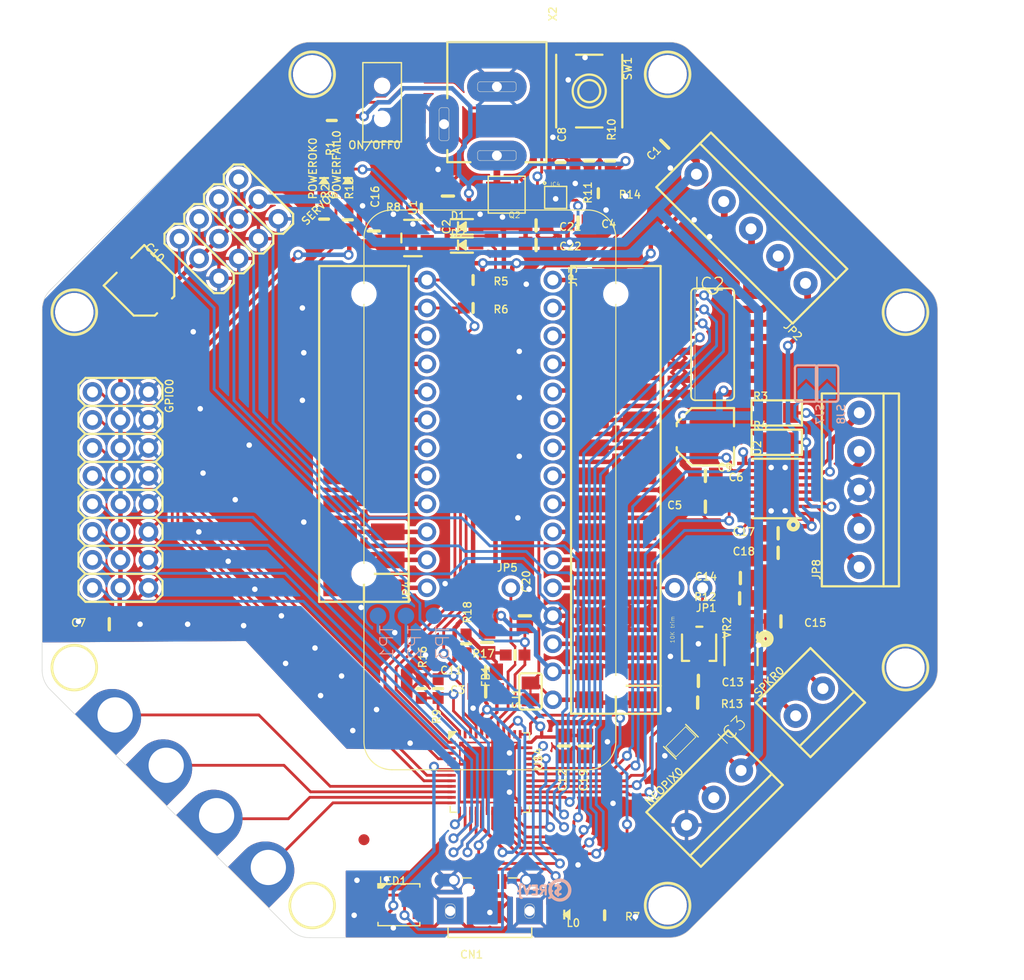
<source format=kicad_pcb>
(kicad_pcb (version 20221018) (generator pcbnew)
  (layers (0 "F.Cu" signal) (1 "In1.Cu" signal) (2 "In2.Cu" signal) (3 "In3.Cu" signal) (4 "In4.Cu" signal) (5 "In5.Cu" signal) (6 "In6.Cu" signal) (7 "In7.Cu" signal) (8 "In8.Cu" signal) (9 "In9.Cu" signal) (10 "In10.Cu" signal) (11 "In11.Cu" signal) (12 "In12.Cu" signal) (13 "In13.Cu" signal) (14 "In14.Cu" signal) (31 "B.Cu" signal) (34 "B.Paste" user) (35 "F.Paste" user) (36 "B.SilkS" user "B.Silkscreen") (37 "F.SilkS" user "F.Silkscreen") (38 "B.Mask" user) (39 "F.Mask" user) (44 "Edge.Cuts" user))
  (net 0 "")
  (net 1 "GND")
  (net 2 "3.3V")
  (net 3 "MISO")
  (net 4 "SCLK")
  (net 5 "MOSI")
  (net 6 "~{RESET}")
  (net 7 "VBAT")
  (net 8 "USB")
  (net 9 "N")
  (net 10 "M")
  (net 11 "L")
  (net 12 "SCL")
  (net 13 "SDA")
  (net 14 "G")
  (net 15 "TX")
  (net 16 "RX")
  (net 17 "F")
  (net 18 "E")
  (net 19 "D")
  (net 20 "C")
  (net 21 "B")
  (net 22 "AREF")
  (net 23 "M1_NFAULT")
  (net 24 "AOUT3")
  (net 25 "AOUT4")
  (net 26 "N$1")
  (net 27 "VDDCORE")
  (net 28 "D+")
  (net 29 "D-")
  (net 30 "SWCLK")
  (net 31 "SWDIO")
  (net 32 "N$5")
  (net 33 "SEESAW_RESET")
  (net 34 "N$6")
  (net 35 "N$7")
  (net 36 "N$9")
  (net 37 "N$10")
  (net 38 "5.0V")
  (net 39 "VIN")
  (net 40 "N$16")
  (net 41 "MOTOR_AIN1")
  (net 42 "MOTOR_AIN2")
  (net 43 "MOTOR_BIN2")
  (net 44 "MOTOR_BIN1")
  (net 45 "M1_ASEN")
  (net 46 "M1_BSEN")
  (net 47 "M1_VINT")
  (net 48 "N$15")
  (net 49 "N$17")
  (net 50 "SERVO4")
  (net 51 "SERVO3")
  (net 52 "SERVO2")
  (net 53 "SERVO1")
  (net 54 "DRIVEIN1")
  (net 55 "DRIVEIN2")
  (net 56 "DRIVEIN3")
  (net 57 "DRIVEIN4")
  (net 58 "DRIVEOUT1")
  (net 59 "DRIVEOUT2")
  (net 60 "DRIVEOUT3")
  (net 61 "DRIVEOUT4")
  (net 62 "IRQ")
  (net 63 "ANALOG1")
  (net 64 "ANALOG2")
  (net 65 "CAPTOUCH3")
  (net 66 "CAPTOUCH4")
  (net 67 "VBUS")
  (net 68 "PWR")
  (net 69 "ENABLE")
  (net 70 "AUDIO_OUT")
  (net 71 "SPKR-")
  (net 72 "SPKR+")
  (net 73 "N$19")
  (net 74 "N$20")
  (net 75 "N$21")
  (net 76 "N$22")
  (net 77 "N$23")
  (net 78 "N$3")
  (net 79 "~{TPSEN}")
  (net 80 "N$8")
  (net 81 "N$12")
  (net 82 "N$13")
  (net 83 "N$14")
  (net 84 "LED")
  (net 85 "NEOPIXEL")
  (net 86 "ANALOG5")
  (net 87 "ANALOG6")
  (net 88 "ANALOG7")
  (net 89 "ANALOG8")
  (net 90 "CAPTOUCH1")
  (net 91 "CAPTOUCH2")
  (net 92 "ANALOG3")
  (net 93 "ANALOG4")
  (net 94 "INT_NEO")
  (net 95 "AUDIO")
  (net 96 "N$2")
  (net 97 "N$4")
  (net 98 "VIN_SENSE")
  (net 99 "VDD")
  (footprint "working:0805-NO" (layer "F.Cu") (at 148.1201 121.5136 180)
    (fp_text reference "C11")
    (fp_text value "0.1uF")
  )
  (footprint "working:CRICKIT_WING_TOP" (layer "F.Cu") (at 107.8611 145.6436)
    (fp_text reference "U$74" hide)
    (fp_text value "" hide)
  )
  (footprint "working:1X12_ROUND" (layer "F.Cu") (at 142.7861 99.9236 90)
    (fp_text reference "JP4")
    (fp_text value "")
  )
  (footprint "working:0805-NO" (layer "F.Cu") (at 174.6631 110.7186 180)
    (fp_text reference "C18")
    (fp_text value "0.1uF")
  )
  (footprint "working:0805-NO" (layer "F.Cu") (at 174.6631 108.9406 180)
    (fp_text reference "C17")
    (fp_text value "10uF")
  )
  (footprint "working:0603-NO" (layer "F.Cu") (at 150.7871 119.9896 180)
    (fp_text reference "R17")
    (fp_text value "264K")
  )
  (footprint "working:CHIPLED_0805_NOOUTLINE" (layer "F.Cu") (at 155.4861 143.5481 90)
    (fp_text reference "L0")
    (fp_text value "yellow")
  )
  (footprint "working:0603-NO" (layer "F.Cu") (at 154.9146 75.2856 90)
    (fp_text reference "C8")
    (fp_text value "DNP")
  )
  (footprint "working:MOUNTINGHOLE_3.0_NPH" (layer "F.Cu") (at 132.3721 67.2846)
    (fp_text reference "U$51" hide)
    (fp_text value "MOUNTINGHOLE3.0_NPH" hide)
  )
  (footprint "working:PCB_ALLI" (layer "F.Cu") (at 119.4816 129.6416 135)
    (fp_text reference "TP32" hide)
    (fp_text value "SEWTAPPCB_ALLIGATOR" hide)
  )
  (footprint "working:0603-NO" (layer "F.Cu") (at 133.4516 80.4291 90)
    (fp_text reference "R2")
    (fp_text value "2.2K")
  )
  (footprint "working:TERMBLOC_1X5-3.5MM" (layer "F.Cu") (at 172.1993 81.3054 135)
    (fp_text reference "JP2")
    (fp_text value "3.5mm")
  )
  (footprint "working:MOUNTINGHOLE_3.0_NPH" (layer "F.Cu") (at 132.3721 142.7226)
    (fp_text reference "U$41" hide)
    (fp_text value "MOUNTINGHOLE3.0_NPH" hide)
  )
  (footprint "working:0805-NO" (layer "F.Cu") (at 168.0591 103.7336)
    (fp_text reference "C6")
    (fp_text value "0.1uF")
  )
  (footprint "working:TERMBLOCK_1X2-3.5MM" (layer "F.Cu") (at 177.4571 124.3076 45)
    (fp_text reference "SPKR0")
    (fp_text value "3.5mm")
  )
  (footprint "working:0603-NO" (layer "F.Cu") (at 159.4231 75.1586 90)
    (fp_text reference "R10")
    (fp_text value "1Mohm")
  )
  (footprint "working:FEATHERWING_SMT2" (layer "F.Cu") (at 159.9311 130.4036 90)
    (fp_text reference "MS2" hide)
    (fp_text value "FEATHERWING_SMTDUAL" hide)
  )
  (footprint "working:MOUNTINGHOLE_3.0_NPH" (layer "F.Cu") (at 110.7821 121.1326)
    (fp_text reference "U$43" hide)
    (fp_text value "MOUNTINGHOLE3.0_NPH" hide)
  )
  (footprint "working:LED3535" (layer "F.Cu") (at 140.2461 142.6591)
    (fp_text reference "LED1")
    (fp_text value "WS2812B3535")
  )
  (footprint "working:0805-NO" (layer "F.Cu") (at 168.0591 106.5276 180)
    (fp_text reference "C5")
    (fp_text value "10µF")
  )
  (footprint "working:TERMBLOC_1X5-3.5MM" (layer "F.Cu") (at 182.0291 105.0036 90)
    (fp_text reference "JP8")
    (fp_text value "5pin 3.5mm")
  )
  (footprint "working:0805-NO" (layer "F.Cu") (at 157.1371 128.2446 -90)
    (fp_text reference "C19")
    (fp_text value "10uF")
  )
  (footprint "working:_1206" (layer "F.Cu") (at 174.5361 100.6856)
    (fp_text reference "R4")
    (fp_text value "0.2Ω")
  )
  (footprint "working:FIDUCIAL_1MM" (layer "F.Cu") (at 183.5531 85.7631)
    (fp_text reference "FID2" hide)
    (fp_text value "FIDUCIAL_1MM" hide)
  )
  (footprint "working:MOUNTINGHOLE_3.0_NPH" (layer "F.Cu") (at 110.7821 88.8746)
    (fp_text reference "U$50" hide)
    (fp_text value "MOUNTINGHOLE3.0_NPH" hide)
  )
  (footprint "working:MOUNTINGHOLE_3.0_NPH" (layer "F.Cu") (at 164.6301 67.2846)
    (fp_text reference "U$52" hide)
    (fp_text value "MOUNTINGHOLE3.0_NPH" hide)
  )
  (footprint "working:0603-NO" (layer "F.Cu") (at 146.3421 118.9736 90)
    (fp_text reference "R18")
    (fp_text value "2.2K")
  )
  (footprint "working:HTSSOP16" (layer "F.Cu") (at 174.5361 104.8766 90)
    (fp_text reference "U2")
    (fp_text value "DRV8833PWPR")
  )
  (footprint "working:0603-NO" (layer "F.Cu") (at 142.2781 79.4766 180)
    (fp_text reference "R8")
    (fp_text value "264K")
  )
  (footprint "working:3X08" (layer "F.Cu") (at 114.9731 105.0036 -90)
    (fp_text reference "GPIO0")
    (fp_text value "3x8 FEMALE")
  )
  (footprint "working:0805-NO" (layer "F.Cu") (at 164.369715 73.628219 -135)
    (fp_text reference "C1")
    (fp_text value "10µF/16V")
  )
  (footprint "working:0805-NO" (layer "F.Cu") (at 155.2321 128.2446 -90)
    (fp_text reference "C12")
    (fp_text value "0.1uF")
  )
  (footprint "working:0805-NO" (layer "F.Cu") (at 171.2341 113.0046 180)
    (fp_text reference "C14")
    (fp_text value "1uF")
  )
  (footprint "working:0603-NO" (layer "F.Cu") (at 146.9771 88.4936)
    (fp_text reference "R6")
    (fp_text value "2.2K")
  )
  (footprint "working:0603-NO" (layer "F.Cu") (at 157.5181 75.1586 -90)
    (fp_text reference "R11")
    (fp_text value "264K")
  )
  (footprint "working:SOD-323" (layer "F.Cu") (at 145.9611 81.1276)
    (fp_text reference "D1")
    (fp_text value "1N4148")
  )
  (footprint "working:PANASONIC_C" (layer "F.Cu") (at 117.1321 86.4616 -45)
    (fp_text reference "C10")
    (fp_text value "47uF+/16v")
  )
  (footprint "working:MOUNTINGHOLE_3.0_NPH" (layer "F.Cu") (at 164.6301 142.7226)
    (fp_text reference "U$42" hide)
    (fp_text value "MOUNTINGHOLE3.0_NPH" hide)
  )
  (footprint "working:0805-NO" (layer "F.Cu") (at 113.9571 117.1956 180)
    (fp_text reference "C7")
    (fp_text value "10uF")
  )
  (footprint "working:0805_10MGAP" (layer "F.Cu") (at 148.1201 123.2916 180)
    (fp_text reference "C3")
    (fp_text value "1uF")
  )
  (footprint "working:0805-NO" (layer "F.Cu") (at 174.9171 116.9416)
    (fp_text reference "C15")
    (fp_text value "10uF")
  )
  (footprint "working:3X04" (layer "F.Cu") (at 124.8029 81.3054 -135)
    (fp_text reference "SERVO0")
    (fp_text value "3x4 Male")
  )
  (footprint "working:TERMBLOCK_1X3-3.5MM" (layer "F.Cu") (at 168.8211 132.9436 45)
    (fp_text reference "NEOPIX0")
    (fp_text value "3.5mm")
  )
  (footprint "working:SOLDERJUMPER_CLOSEDWIRE" (layer "F.Cu") (at 152.1841 123.2916 90)
    (fp_text reference "SJ1")
    (fp_text value "")
  )
  (footprint "working:EVQ-Q2_SMALLER" (layer "F.Cu") (at 157.5181 68.8086 -90)
    (fp_text reference "SW1")
    (fp_text value "EVQQ2")
  )
  (footprint "working:EG1390" (layer "F.Cu") (at 138.7221 69.8246 90)
    (fp_text reference "ON/OFF0")
    (fp_text value "MSS-22C01G2")
  )
  (footprint "working:0805-NO" (layer "F.Cu") (at 152.6921 81.0006)
    (fp_text reference "C21")
    (fp_text value "10uF")
  )
  (footprint "working:0805-NO" (layer "F.Cu") (at 167.4241 122.3391)
    (fp_text reference "C13")
    (fp_text value "1uF")
  )
  (footprint "working:SO16" (layer "F.Cu") (at 168.718534 91.791088 -90)
    (fp_text reference "IC2")
    (fp_text value "ULN2003AD")
  )
  (footprint "working:0805-NO" (layer "F.Cu") (at 167.3606 124.3076)
    (fp_text reference "R13")
    (fp_text value "100")
  )
  (footprint "working:PANASONIC_C" (layer "F.Cu") (at 168.0591 100.1776 180)
    (fp_text reference "C9")
    (fp_text value "47uF/16v")
  )
  (footprint "working:0805-NO" (layer "F.Cu") (at 151.6761 116.4336 90)
    (fp_text reference "C20")
    (fp_text value "0.1uF")
  )
  (footprint "working:PCB_ALLI" (layer "F.Cu") (at 124.0536 134.2136 135)
    (fp_text reference "TP29" hide)
    (fp_text value "SEWTAPPCB_ALLIGATOR" hide)
  )
  (footprint "working:TRIMPOT_BOURNS_3303W" (layer "F.Cu") (at 167.4876 118.9736 180)
    (fp_text reference "VR2")
    (fp_text value "10K trim")
  )
  (footprint "working:0805-NO" (layer "F.Cu") (at 144.6911 78.3336 -90)
    (fp_text reference "C2")
    (fp_text value "10uF")
  )
  (footprint "working:1X01_ROUND" (layer "F.Cu") (at 150.4061 113.8936)
    (fp_text reference "JP5")
    (fp_text value "")
  )
  (footprint "working:_1206" (layer "F.Cu") (at 174.5361 98.0186)
    (fp_text reference "R3")
    (fp_text value "0.2Ω")
  )
  (footprint "working:0805-NO" (layer "F.Cu") (at 148.2471 118.8466 -90)
    (fp_text reference "FB1")
    (fp_text value "Ferrite")
  )
  (footprint "working:0603-NO" (layer "F.Cu") (at 143.8021 123.0376 -90)
    (fp_text reference "R9")
    (fp_text value "1Mohm")
  )
  (footprint "working:MSOP8_0.65MM" (layer "F.Cu") (at 171.2976 119.4181 180)
    (fp_text reference "U5")
    (fp_text value "PAM8302AASCR")
  )
  (footprint "working:0603-NO" (layer "F.Cu") (at 142.2781 123.0376 90)
    (fp_text reference "R16")
    (fp_text value "264K")
  )
  (footprint "working:CHIPLED_0805_NOOUTLINE" (layer "F.Cu") (at 135.6106 76.9366)
    (fp_text reference "POWERFAIL0")
    (fp_text value "red")
  )
  (footprint "working:0603-NO" (layer "F.Cu") (at 135.6106 80.4926 90)
    (fp_text reference "R15")
    (fp_text value "2.2K")
  )
  (footprint "working:1X02_ROUND" (layer "F.Cu") (at 166.5351 113.8936 180)
    (fp_text reference "JP1")
    (fp_text value "")
  )
  (footprint "working:0805-NO" (layer "F.Cu") (at 156.5021 80.7466)
    (fp_text reference "C4")
    (fp_text value "10µF/16V")
  )
  (footprint "working:PCB_ALLI" (layer "F.Cu") (at 114.8461 125.0696 135)
    (fp_text reference "TP30" hide)
    (fp_text value "SEWTAPPCB_ALLIGATOR" hide)
  )
  (footprint "working:0603-NO" (layer "F.Cu") (at 158.3436 78.0796)
    (fp_text reference "R14")
    (fp_text value "510")
  )
  (footprint "working:SOD-323" (layer "F.Cu") (at 145.9611 82.7786)
    (fp_text reference "D2")
    (fp_text value "1N4148")
  )
  (footprint "working:0805-NO" (layer "F.Cu") (at 137.9601 81.5086 90)
    (fp_text reference "C16")
    (fp_text value "10uF")
  )
  (footprint "working:4UCONN_20329_V2" (layer "F.Cu") (at 148.5011 141.3256)
    (fp_text reference "CN1")
    (fp_text value "4U#20329")
    (fp_line (start -4.05 2.15) (end -4.05 1.6) (stroke (width 0.05)) (layer "Edge.Cuts"))
    (fp_line (start -3.7 1.25) (end -3.5 1.25) (stroke (width 0.05)) (layer "Edge.Cuts"))
    (fp_line (start -3.5 2.55) (end -3.7 2.55) (stroke (width 0.05)) (layer "Edge.Cuts"))
    (fp_line (start -3.15 1.6) (end -3.15 2.15) (stroke (width 0.05)) (layer "Edge.Cuts"))
    (fp_line (start 3.15 2.2) (end 3.15 1.6) (stroke (width 0.05)) (layer "Edge.Cuts"))
    (fp_line (start 4.05 1.6) (end 4.05 2.2) (stroke (width 0.05)) (layer "Edge.Cuts"))
    (fp_arc (start -4.05 1.6) (mid -3.947487 1.352513) (end -3.7 1.25) (stroke (width 0.05)) (layer "Edge.Cuts"))
    (fp_arc (start -3.7 2.55) (mid -3.957843 2.422487) (end -4.05 2.15) (stroke (width 0.05)) (layer "Edge.Cuts"))
    (fp_arc (start -3.5 1.25) (mid -3.252513 1.352513) (end -3.15 1.6) (stroke (width 0.05)) (layer "Edge.Cuts"))
    (fp_arc (start -3.15 2.15) (mid -3.242157 2.422487) (end -3.5 2.55) (stroke (width 0.05)) (layer "Edge.Cuts"))
    (fp_arc (start 3.15 1.6) (mid 3.302513 1.331802) (end 3.6 1.25) (stroke (width 0.05)) (layer "Edge.Cuts"))
    (fp_arc (start 3.6 1.25) (mid 3.897487 1.331802) (end 4.05 1.6) (stroke (width 0.05)) (layer "Edge.Cuts"))
    (fp_arc (start 3.6 2.55) (mid 3.302513 2.468198) (end 3.15 2.2) (stroke (width 0.05)) (layer "Edge.Cuts"))
    (fp_arc (start 4.05 2.2) (mid 3.897487 2.468198) (end 3.6 2.55) (stroke (width 0.05)) (layer "Edge.Cuts"))
  )
  (footprint "working:SOT23-5" (layer "F.Cu") (at 141.5161 82.1436 90)
    (fp_text reference "U1")
    (fp_text value "mic5225-3.3")
  )
  (footprint "working:0603-NO" (layer "F.Cu") (at 146.9771 85.9536)
    (fp_text reference "R5")
    (fp_text value "2.2K")
  )
  (footprint "working:1X16_ROUND" (layer "F.Cu") (at 154.2161 105.0036 -90)
    (fp_text reference "JP3")
    (fp_text value "")
  )
  (footprint "working:MOUNTINGHOLE_3.0_NPH" (layer "F.Cu") (at 186.2201 88.8746)
    (fp_text reference "U$49" hide)
    (fp_text value "MOUNTINGHOLE3.0_NPH" hide)
  )
  (footprint "working:WSON8" (layer "F.Cu") (at 154.4701 78.4606)
    (fp_text reference "IC4")
    (fp_text value "TPS259573")
  )
  (footprint "working:POWERDI3333" (layer "F.Cu") (at 150.0251 78.2066 180)
    (fp_text reference "Q2")
    (fp_text value "AON7401")
  )
  (footprint "working:DCJACK_2MM_PTH" (layer "F.Cu") (at 149.1361 61.0616 -90)
    (fp_text reference "X2")
    (fp_text value "2.1mm DC")
    (fp_line (start 6.9008 1.5) (end 6.9008 -1.5) (stroke (width 0.05)) (layer "Edge.Cuts"))
    (fp_line (start 7.1508 -1.75) (end 7.5492 -1.75) (stroke (width 0.05)) (layer "Edge.Cuts"))
    (fp_line (start 7.5492 1.75) (end 7.1508 1.75) (stroke (width 0.05)) (layer "Edge.Cuts"))
    (fp_line (start 7.7992 -1.5) (end 7.7992 1.5) (stroke (width 0.05)) (layer "Edge.Cuts"))
    (fp_line (start 9.25 4.9992) (end 9.25 4.55) (stroke (width 0.05)) (layer "Edge.Cuts"))
    (fp_line (start 9.4746 4.3508) (end 11.9746 4.3508) (stroke (width 0.05)) (layer "Edge.Cuts"))
    (fp_line (start 12 5.2492) (end 9.5 5.2492) (stroke (width 0.05)) (layer "Edge.Cuts"))
    (fp_line (start 12.25 4.55) (end 12.25 4.9992) (stroke (width 0.05)) (layer "Edge.Cuts"))
    (fp_line (start 13.1508 1.5) (end 13.1508 -1.5) (stroke (width 0.05)) (layer "Edge.Cuts"))
    (fp_line (start 13.35 -1.75) (end 13.85 -1.75) (stroke (width 0.05)) (layer "Edge.Cuts"))
    (fp_line (start 13.85 1.75) (end 13.35 1.75) (stroke (width 0.05)) (layer "Edge.Cuts"))
    (fp_line (start 14.0492 -1.5) (end 14.0492 1.5) (stroke (width 0.05)) (layer "Edge.Cuts"))
    (fp_arc (start 6.9008 -1.5) (mid 6.974023 -1.676777) (end 7.1508 -1.75) (stroke (width 0.05)) (layer "Edge.Cuts"))
    (fp_arc (start 7.1508 1.75) (mid 6.974023 1.676777) (end 6.9008 1.5) (stroke (width 0.05)) (layer "Edge.Cuts"))
    (fp_arc (start 7.5492 -1.75) (mid 7.725977 -1.676777) (end 7.7992 -1.5) (stroke (width 0.05)) (layer "Edge.Cuts"))
    (fp_arc (start 7.7992 1.5) (mid 7.725977 1.676777) (end 7.5492 1.75) (stroke (width 0.05)) (layer "Edge.Cuts"))
    (fp_arc (start 9.25 4.55) (mid 9.321044 4.403884) (end 9.4746 4.3508) (stroke (width 0.05)) (layer "Edge.Cuts"))
    (fp_arc (start 9.5 5.2492) (mid 9.323223 5.175977) (end 9.25 4.9992) (stroke (width 0.05)) (layer "Edge.Cuts"))
    (fp_arc (start 11.9746 4.3508) (mid 12.153556 4.393363) (end 12.25 4.55) (stroke (width 0.05)) (layer "Edge.Cuts"))
    (fp_arc (start 12.25 4.9992) (mid 12.176777 5.175977) (end 12 5.2492) (stroke (width 0.05)) (layer "Edge.Cuts"))
    (fp_arc (start 13.1508 -1.5) (mid 13.198623 -1.666256) (end 13.35 -1.75) (stroke (width 0.05)) (layer "Edge.Cuts"))
    (fp_arc (start 13.35 1.75) (mid 13.198623 1.666256) (end 13.1508 1.5) (stroke (width 0.05)) (layer "Edge.Cuts"))
    (fp_arc (start 13.85 -1.75) (mid 14.001377 -1.666256) (end 14.0492 -1.5) (stroke (width 0.05)) (layer "Edge.Cuts"))
    (fp_arc (start 14.0492 1.5) (mid 14.001377 1.666256) (end 13.85 1.75) (stroke (width 0.05)) (layer "Edge.Cuts"))
  )
  (footprint "working:PCB_ALLI" (layer "F.Cu") (at 128.7526 138.9126 135)
    (fp_text reference "TP31" hide)
    (fp_text value "SEWTAPPCB_ALLIGATOR" hide)
  )
  (footprint "working:SOT23-5" (layer "F.Cu") (at 165.8366 127.8636 -135)
    (fp_text reference "IC3")
    (fp_text value "74AHCT1G125DBV")
  )
  (footprint "working:FIDUCIAL_1MM" (layer "F.Cu") (at 137.0711 136.7536)
    (fp_text reference "FID3" hide)
    (fp_text value "FIDUCIAL_1MM" hide)
  )
  (footprint "working:FIDUCIAL_1MM" (layer "F.Cu") (at 112.4966 85.0646)
    (fp_text reference "FID1" hide)
    (fp_text value "FIDUCIAL_1MM" hide)
  )
  (footprint "working:CHIPLED_0805_NOOUTLINE" (layer "F.Cu") (at 133.4516 76.9366)
    (fp_text reference "POWEROK0")
    (fp_text value "green")
  )
  (footprint "working:MOUNTINGHOLE_3.0_NPH" (layer "F.Cu") (at 186.2201 121.1326)
    (fp_text reference "U$44" hide)
    (fp_text value "MOUNTINGHOLE3.0_NPH" hide)
  )
  (footprint "working:0603-NO" (layer "F.Cu") (at 158.9151 143.6116)
    (fp_text reference "R7")
    (fp_text value "2.2K")
  )
  (footprint "working:0603-NO" (layer "F.Cu") (at 134.1501 71.4756 -90)
    (fp_text reference "R1")
    (fp_text value "264K")
  )
  (footprint "working:TQFN48_7MM" (layer "F.Cu") (at 148.5011 130.6576 -90)
    (fp_text reference "U$4")
    (fp_text value "ATSAMD21G_QFN")
  )
  (footprint "working:0805-NO" (layer "F.Cu") (at 171.1706 114.8461 180)
    (fp_text reference "R12")
    (fp_text value "100")
  )
  (footprint "working:0805-NO" (layer "F.Cu") (at 152.6921 82.7786)
    (fp_text reference "C22")
    (fp_text value "0.1uF")
  )
  (footprint "working:SOLDERJUMPER_ARROW_NOPASTE" (layer "B.Cu") (at 177.2031 95.3516 90)
    (fp_text reference "SJ7")
    (fp_text value "ISENSEA")
  )
  (footprint "working:TP15R" (layer "B.Cu") (at 138.3411 116.4336 90)
    (fp_text reference "TP1")
    (fp_text value "TPTP15R")
  )
  (footprint "working:TP15R" (layer "B.Cu") (at 140.8811 116.4336 90)
    (fp_text reference "TP2")
    (fp_text value "TPTP15R")
  )
  (footprint "working:PCBFEAT-REV-040" (layer "B.Cu") (at 154.8511 141.3256 180)
    (fp_text reference "U$76" hide)
    (fp_text value "" hide)
  )
  (footprint "working:TP15R" (layer "B.Cu") (at 143.4211 116.4336 90)
    (fp_text reference "TP3")
    (fp_text value "TPTP15R")
  )
  (footprint "working:SOLDERJUMPER_ARROW_NOPASTE" (layer "B.Cu") (at 179.1081 95.3516 90)
    (fp_text reference "SJ8")
    (fp_text value "ISENSEB")
  )
  (footprint "working:CRICKIT_WING_BOT" (layer "B.Cu") (at 189.1411 145.6436 180)
    (fp_text reference "U$72" hide)
    (fp_text value "" hide)
  )
  (gr_circle (center 186.2201 121.1326) (end 188.2521 121.1326) (stroke (width 0.254)) (fill none) (layer "F.SilkS"))
  (gr_circle (center 164.6301 67.2846) (end 166.6621 67.2846) (stroke (width 0.254)) (fill none) (layer "F.SilkS"))
  (gr_circle (center 132.3721 67.2846) (end 134.4041 67.2846) (stroke (width 0.254)) (fill none) (layer "F.SilkS"))
  (gr_circle (center 110.7821 121.1326) (end 112.8141 121.1326) (stroke (width 0.254)) (fill none) (layer "F.SilkS"))
  (gr_circle (center 110.7821 88.8746) (end 112.8141 88.8746) (stroke (width 0.254)) (fill none) (layer "F.SilkS"))
  (gr_circle (center 186.2201 88.8746) (end 188.2521 88.8746) (stroke (width 0.254)) (fill none) (layer "F.SilkS"))
  (gr_circle (center 164.6301 142.7226) (end 166.6621 142.7226) (stroke (width 0.254)) (fill none) (layer "F.SilkS"))
  (gr_circle (center 132.3721 142.7226) (end 134.4041 142.7226) (stroke (width 0.254)) (fill none) (layer "F.SilkS"))
  (gr_line (start 189.1411 88.656704) (end 189.1411 121.350496) (stroke (width 0.05)) (layer "Edge.Cuts"))
  (gr_arc (start 130.35815 65.10755) (mid 131.182187 64.556946) (end 132.154205 64.3636) (stroke (width 0.05)) (layer "Edge.Cuts"))
  (gr_arc (start 189.1411 121.350496) (mid 188.947754 122.322514) (end 188.39715 123.14655) (stroke (width 0.05)) (layer "Edge.Cuts"))
  (gr_arc (start 108.60505 123.14655) (mid 108.054446 122.322513) (end 107.8611 121.350495) (stroke (width 0.05)) (layer "Edge.Cuts"))
  (gr_arc (start 164.847996 64.3636) (mid 165.820014 64.556946) (end 166.64405 65.10755) (stroke (width 0.05)) (layer "Edge.Cuts"))
  (gr_line (start 152.1841 145.2626) (end 144.8181 145.2626) (stroke (width 0.05)) (layer "Edge.Cuts"))
  (gr_line (start 144.8181 145.2626) (end 144.4371 145.6436) (stroke (width 0.05)) (layer "Edge.Cuts"))
  (gr_line (start 132.154204 64.3636) (end 164.847996 64.3636) (stroke (width 0.05)) (layer "Edge.Cuts"))
  (gr_arc (start 107.8611 88.656704) (mid 108.054446 87.684686) (end 108.60505 86.86065) (stroke (width 0.05)) (layer "Edge.Cuts"))
  (gr_line (start 108.60505 86.86065) (end 130.35815 65.10755) (stroke (width 0.05)) (layer "Edge.Cuts"))
  (gr_arc (start 188.39715 86.86065) (mid 188.947754 87.684687) (end 189.1411 88.656705) (stroke (width 0.05)) (layer "Edge.Cuts"))
  (gr_arc (start 132.154204 145.6436) (mid 131.182186 145.450254) (end 130.35815 144.89965) (stroke (width 0.05)) (layer "Edge.Cuts"))
  (gr_line (start 144.4371 145.6436) (end 132.154204 145.6436) (stroke (width 0.05)) (layer "Edge.Cuts"))
  (gr_line (start 166.64405 65.10755) (end 188.39715 86.86065) (stroke (width 0.05)) (layer "Edge.Cuts"))
  (gr_line (start 188.39715 123.14655) (end 166.64405 144.89965) (stroke (width 0.05)) (layer "Edge.Cuts"))
  (gr_line (start 152.5651 145.6436) (end 152.1841 145.2626) (stroke (width 0.05)) (layer "Edge.Cuts"))
  (gr_arc (start 166.64405 144.89965) (mid 165.820013 145.450254) (end 164.847995 145.6436) (stroke (width 0.05)) (layer "Edge.Cuts"))
  (gr_line (start 164.847996 145.6436) (end 152.5651 145.6436) (stroke (width 0.05)) (layer "Edge.Cuts"))
  (gr_line (start 130.35815 144.89965) (end 108.60505 123.14655) (stroke (width 0.05)) (layer "Edge.Cuts"))
  (gr_line (start 107.8611 121.350496) (end 107.8611 88.656704) (stroke (width 0.05)) (layer "Edge.Cuts"))
  (segment (start 144.2441 77.3836) (end 144.6911 77.3836) (width 0.4064) (layer "F.Cu") (net 1))
  (segment (start 148.7511 127.1826) (end 148.7511 130.4076) (width 0.254) (layer "F.Cu") (net 1))
  (segment (start 151.9761 128.4076) (end 150.7511 128.4076) (width 0.254) (layer "F.Cu") (net 1))
  (segment (start 148.7551 130.6576) (end 150.2791 130.6576) (width 0.254) (layer "F.Cu") (net 1))
  (segment (start 145.0261 129.9076) (end 148.5011 129.9076) (width 0.254) (layer "F.Cu") (net 1))
  (segment (start 148.5011 129.9076) (end 148.5011 130.6576) (width 0.254) (layer "F.Cu") (net 1))
  (segment (start 157.7721 116.4336) (end 162.0901 116.4336) (width 0.4064) (layer "F.Cu") (net 1))
  (segment (start 155.4201 77.7106) (end 154.4701 77.7106) (width 0.3048) (layer "F.Cu") (net 1))
  (segment (start 149.9261 140.4256) (end 151.8011 140.4256) (width 0.254) (layer "F.Cu") (net 1))
  (segment (start 143.4211 78.2066) (end 144.2441 77.3836) (width 0.4064) (layer "F.Cu") (net 1))
  (segment (start 148.2511 131.1616) (end 148.7551 130.6576) (width 0.254) (layer "F.Cu") (net 1))
  (segment (start 149.8011 140.5506) (end 149.9261 140.4256) (width 0.254) (layer "F.Cu") (net 1))
  (segment (start 148.2511 134.1326) (end 148.2511 131.1616) (width 0.254) (layer "F.Cu") (net 1))
  (segment (start 155.4201 77.7106) (end 155.6011 77.7106) (width 0.3048) (layer "F.Cu") (net 1))
  (segment (start 150.7511 128.4076) (end 150.2791 128.8796) (width 0.254) (layer "F.Cu") (net 1))
  (segment (start 154.2161 116.4336) (end 157.7721 116.4336) (width 0.4064) (layer "F.Cu") (net 1))
  (segment (start 154.4701 77.7106) (end 154.4701 78.4606) (width 0.3048) (layer "F.Cu") (net 1))
  (segment (start 148.7511 130.4076) (end 148.5011 130.6576) (width 0.254) (layer "F.Cu") (net 1))
  (via (at 139.1031 140.3096) (size 0.9064) (drill 0.5) (layers "F.Cu" "B.Cu") (net 1))
  (via (at 136.1821 143.6116) (size 0.9064) (drill 0.5) (layers "F.Cu" "B.Cu") (net 1))
  (via (at 135.0391 121.8946) (size 0.9064) (drill 0.5) (layers "F.Cu" "B.Cu") (net 1))
  (via (at 174.0281 106.9086) (size 0.9064) (drill 0.5) (layers "F.Cu" "B.Cu") (net 1))
  (via (at 167.4241 118.9736) (size 0.9064) (drill 0.5) (layers "F.Cu" "B.Cu") (net 1))
  (via (at 129.9591 120.7516) (size 0.9064) (drill 0.5) (layers "F.Cu" "B.Cu") (net 1))
  (via (at 116.7511 117.1956) (size 0.9064) (drill 0.5) (layers "F.Cu" "B.Cu") (net 1))
  (via (at 175.2981 106.9086) (size 0.9064) (drill 0.5) (layers "F.Cu" "B.Cu") (net 1))
  (via (at 151.1681 101.9556) (size 0.9064) (drill 0.5) (layers "F.Cu" "B.Cu") (net 1))
  (via (at 164.8841 75.7936) (size 0.9064) (drill 0.5) (layers "F.Cu" "B.Cu") (net 1))
  (via (at 148.5011 143.3576) (size 0.9064) (drill 0.5) (layers "F.Cu" "B.Cu") (net 1))
  (via (at 155.6131 67.7926) (size 0.9064) (drill 0.5) (layers "F.Cu" "B.Cu") (net 1))
  (via (at 131.6101 107.9246) (size 0.9064) (drill 0.5) (layers "F.Cu" "B.Cu") (net 1))
  (via (at 121.5771 90.6526) (size 0.9064) (drill 0.5) (layers "F.Cu" "B.Cu") (net 1))
  (via (at 126.6571 100.9396) (size 0.9064) (drill 0.5) (layers "F.Cu" "B.Cu") (net 1))
  (via (at 159.1691 127.8636) (size 0.9064) (drill 0.5) (layers "F.Cu" "B.Cu") (net 1))
  (via (at 159.6771 133.4516) (size 0.9064) (drill 0.5) (layers "F.Cu" "B.Cu") (net 1))
  (via (at 161.7091 143.7386) (size 0.9064) (drill 0.5) (layers "F.Cu" "B.Cu") (net 1))
  (via (at 141.5161 80.8736) (size 0.9064) (drill 0.5) (layers "F.Cu" "B.Cu") (net 1))
  (via (at 175.2981 102.9716) (size 0.9064) (drill 0.5) (layers "F.Cu" "B.Cu") (net 1))
  (via (at 164.8841 120.1166) (size 0.9064) (drill 0.5) (layers "F.Cu" "B.Cu") (net 1))
  (via (at 132.6261 119.3546) (size 0.9064) (drill 0.5) (layers "F.Cu" "B.Cu") (net 1))
  (via (at 131.4831 88.4936) (size 0.9064) (drill 0.5) (layers "F.Cu" "B.Cu") (net 1))
  (via (at 144.4371 113.5126) (size 0.9064) (drill 0.5) (layers "F.Cu" "B.Cu") (net 1))
  (via (at 124.7521 111.4806) (size 0.9064) (drill 0.5) (layers "F.Cu" "B.Cu") (net 1))
  (via (at 152.0571 114.0206) (size 0.9064) (drill 0.5) (layers "F.Cu" "B.Cu") (net 1))
  (via (at 127.1651 114.0206) (size 0.9064) (drill 0.5) (layers "F.Cu" "B.Cu") (net 1))
  (via (at 150.2791 128.8796) (size 0.9064) (drill 0.5) (layers "F.Cu" "B.Cu") (net 1))
  (via (at 133.1341 123.6726) (size 0.9064) (drill 0.5) (layers "F.Cu" "B.Cu") (net 1))
  (via (at 136.8171 115.6716) (size 0.9064) (drill 0.5) (layers "F.Cu" "B.Cu") (net 1))
  (via (at 151.0411 107.5436) (size 0.9064) (drill 0.5) (layers "F.Cu" "B.Cu") (net 1))
  (via (at 122.4661 103.4796) (size 0.9064) (drill 0.5) (layers "F.Cu" "B.Cu") (net 1))
  (via (at 131.6101 92.5576) (size 0.9064) (drill 0.5) (layers "F.Cu" "B.Cu") (net 1))
  (via (at 141.2621 127.9906) (size 0.9064) (drill 0.5) (layers "F.Cu" "B.Cu") (net 1))
  (via (at 149.6441 80.2386) (size 0.9064) (drill 0.5) (layers "F.Cu" "B.Cu") (net 1))
  (via (at 154.4701 78.5876) (size 0.9064) (drill 0.5) (layers "F.Cu" "B.Cu") (net 1))
  (via (at 138.2141 124.9426) (size 0.9064) (drill 0.5) (layers "F.Cu" "B.Cu") (net 1))
  (via (at 139.7381 144.7546) (size 0.9064) (drill 0.5) (layers "F.Cu" "B.Cu") (net 1))
  (via (at 121.0691 117.1956) (size 0.9064) (drill 0.5) (layers "F.Cu" "B.Cu") (net 1))
  (via (at 122.2121 97.6376) (size 0.9064) (drill 0.5) (layers "F.Cu" "B.Cu") (net 1))
  (via (at 136.9441 79.2226) (size 0.9064) (drill 0.5) (layers "F.Cu" "B.Cu") (net 1))
  (via (at 160.8201 78.3336) (size 0.9064) (drill 0.5) (layers "F.Cu" "B.Cu") (net 1))
  (via (at 136.0551 126.8476) (size 0.9064) (drill 0.5) (layers "F.Cu" "B.Cu") (net 1))
  (via (at 164.3761 129.1336) (size 0.9064) (drill 0.5) (layers "F.Cu" "B.Cu") (net 1))
  (via (at 167.0431 80.4926) (size 0.9064) (drill 0.5) (layers "F.Cu" "B.Cu") (net 1))
  (via (at 151.1681 96.6216) (size 0.9064) (drill 0.5) (layers "F.Cu" "B.Cu") (net 1))
  (via (at 151.1681 92.4306) (size 0.9064) (drill 0.5) (layers "F.Cu" "B.Cu") (net 1))
  (via (at 154.2161 72.9996) (size 0.9064) (drill 0.5) (layers "F.Cu" "B.Cu") (net 1))
  (via (at 156.2481 77.1906) (size 0.9064) (drill 0.5) (layers "F.Cu" "B.Cu") (net 1))
  (via (at 129.5781 116.4336) (size 0.9064) (drill 0.5) (layers "F.Cu" "B.Cu") (net 1))
  (via (at 136.4361 140.4366) (size 0.9064) (drill 0.5) (layers "F.Cu" "B.Cu") (net 1))
  (via (at 159.0421 79.6036) (size 0.9064) (drill 0.5) (layers "F.Cu" "B.Cu") (net 1))
  (via (at 125.3871 105.8926) (size 0.9064) (drill 0.5) (layers "F.Cu" "B.Cu") (net 1))
  (via (at 156.5021 139.0396) (size 0.9064) (drill 0.5) (layers "F.Cu" "B.Cu") (net 1))
  (via (at 174.0281 102.9716) (size 0.9064) (drill 0.5) (layers "F.Cu" "B.Cu") (net 1))
  (via (at 151.8031 86.3346) (size 0.9064) (drill 0.5) (layers "F.Cu" "B.Cu") (net 1))
  (via (at 122.0851 108.8136) (size 0.9064) (drill 0.5) (layers "F.Cu" "B.Cu") (net 1))
  (via (at 146.9771 124.8156) (size 0.9064) (drill 0.5) (layers "F.Cu" "B.Cu") (net 1))
  (via (at 150.2791 132.4356) (size 0.9064) (drill 0.5) (layers "F.Cu" "B.Cu") (net 1))
  (via (at 111.1631 116.9416) (size 0.9064) (drill 0.5) (layers "F.Cu" "B.Cu") (net 1))
  (via (at 143.8021 75.9206) (size 0.9064) (drill 0.5) (layers "F.Cu" "B.Cu") (net 1))
  (via (at 126.1491 117.3226) (size 0.9064) (drill 0.5) (layers "F.Cu" "B.Cu") (net 1))
  (via (at 139.7381 79.9846) (size 0.9064) (drill 0.5) (layers "F.Cu" "B.Cu") (net 1))
  (via (at 142.6591 119.9896) (size 0.9064) (drill 0.5) (layers "F.Cu" "B.Cu") (net 1))
  (via (at 164.7571 124.9426) (size 0.9064) (drill 0.5) (layers "F.Cu" "B.Cu") (net 1))
  (via (at 131.4831 96.8756) (size 0.9064) (drill 0.5) (layers "F.Cu" "B.Cu") (net 1))
  (via (at 157.1371 65.7606) (size 0.9064) (drill 0.5) (layers "F.Cu" "B.Cu") (net 1))
  (via (at 147.6121 79.9846) (size 0.9064) (drill 0.5) (layers "F.Cu" "B.Cu") (net 1))
  (via (at 139.8651 117.9576) (size 0.9064) (drill 0.5) (layers "F.Cu" "B.Cu") (net 1))
  (via (at 150.2791 130.6576) (size 0.9064) (drill 0.5) (layers "F.Cu" "B.Cu") (net 1))
  (via (at 168.4401 82.0166) (size 0.9064) (drill 0.5) (layers "F.Cu" "B.Cu") (net 1))
  (segment (start 177.7111 107.5266) (end 177.7111 108.3056) (width 0.4064) (layer "F.Cu") (net 2))
  (segment (start 149.0091 91.6686) (end 150.5331 90.1446) (width 0.4064) (layer "F.Cu") (net 2))
  (segment (start 137.9601 82.4586) (end 137.9601 82.6516) (width 0.4064) (layer "F.Cu") (net 2))
  (segment (start 161.5821 121.0056) (end 161.5821 121.5136) (width 0.4064) (layer "F.Cu") (net 2))
  (segment (start 180.3781 86.3346) (end 180.3781 87.0966) (width 0.4064) (layer "F.Cu") (net 2))
  (segment (start 150.5331 90.1446) (end 150.5331 84.8106) (width 0.4064) (layer "F.Cu") (net 2))
  (segment (start 175.6131 108.9406) (end 175.6131 110.7186) (width 0.4064) (layer "F.Cu") (net 2))
  (segment (start 161.5821 121.5136) (end 162.3441 121.5136) (width 0.4064) (layer "F.Cu") (net 2))
  (segment (start 163.3601 121.5136) (end 162.3441 121.5136) (width 0.4064) (layer "F.Cu") (net 2))
  (segment (start 116.7511 92.3036) (end 114.9731 94.0816) (width 0.4064) (layer "F.Cu") (net 2))
  (segment (start 135.9011 81.3426) (end 135.6106 81.3426) (width 0.4064) (layer "F.Cu") (net 2))
  (segment (start 147.8271 85.9536) (end 147.8271 84.4686) (width 0.4064) (layer "F.Cu") (net 2))
  (segment (start 163.1061 82.6516) (end 169.5831 76.1746) (width 0.4064) (layer "F.Cu") (net 2))
  (segment (start 149.0091 117.1346) (end 149.0091 116.4336) (width 0.4064) (layer "F.Cu") (net 2))
  (segment (start 135.6106 81.3426) (end 135.7376 81.4696) (width 0.4064) (layer "F.Cu") (net 2))
  (segment (start 141.4551 84.4296) (end 140.1191 83.0936) (width 0.4064) (layer "F.Cu") (net 2))
  (segment (start 147.8271 84.4686) (end 147.8661 84.4296) (width 0.4064) (layer "F.Cu") (net 2))
  (segment (start 140.1191 83.0936) (end 140.216 83.0936) (width 0.4064) (layer "F.Cu") (net 2))
  (segment (start 149.0091 116.4336) (end 149.0091 91.6686) (width 0.4064) (layer "F.Cu") (net 2))
  (segment (start 137.9601 82.6516) (end 138.4021 83.0936) (width 0.4064) (layer "F.Cu") (net 2))
  (segment (start 180.3781 87.0966) (end 175.5521 91.9226) (width 0.4064) (layer "F.Cu") (net 2))
  (segment (start 176.2481 108.3056) (end 177.7111 108.3056) (width 0.4064) (layer "F.Cu") (net 2))
  (segment (start 175.6131 108.9406) (end 176.2481 108.3056) (width 0.4064) (layer "F.Cu") (net 2))
  (segment (start 177.3361 107.1516) (end 177.7111 107.5266) (width 0.4064) (layer "F.Cu") (net 2))
  (segment (start 114.9731 108.8136) (end 114.9731 111.3536) (width 0.4064) (layer "F.Cu") (net 2))
  (segment (start 149.5171 116.4336) (end 149.0091 116.4336) (width 0.4064) (layer "F.Cu") (net 2))
  (segment (start 157.5181 121.0056) (end 161.5821 121.0056) (width 0.4064) (layer "F.Cu") (net 2))
  (segment (start 114.9071 117.1956) (end 114.9071 113.9596) (width 0.4064) (layer "F.Cu") (net 2))
  (segment (start 157.5181 121.5136) (end 157.5181 121.0056) (width 0.4064) (layer "F.Cu") (net 2))
  (segment (start 135.7376 82.5246) (end 135.7376 83.6041) (width 0.4064) (layer "F.Cu") (net 2))
  (segment (start 138.4021 83.0936) (end 140.1191 83.0936) (width 0.4064) (layer "F.Cu") (net 2))
  (segment (start 147.8661 84.4296) (end 141.4551 84.4296) (width 0.4064) (layer "F.Cu") (net 2))
  (segment (start 170.2181 76.1746) (end 180.3781 86.3346) (width 0.4064) (layer "F.Cu") (net 2))
  (segment (start 135.7376 83.6041) (end 135.6741 83.6676) (width 0.4064) (layer "F.Cu") (net 2))
  (segment (start 169.5831 76.1746) (end 170.2181 76.1746) (width 0.4064) (layer "F.Cu") (net 2))
  (segment (start 150.5331 84.8106) (end 150.9141 84.4296) (width 0.4064) (layer "F.Cu") (net 2))
  (segment (start 148.2471 117.8966) (end 149.0091 117.1346) (width 0.4064) (layer "F.Cu") (net 2))
  (segment (start 163.1061 83.5406) (end 163.1061 82.6516) (width 0.4064) (layer "F.Cu") (net 2))
  (segment (start 114.9071 113.9596) (end 114.9731 113.8936) (width 0.4064) (layer "F.Cu") (net 2))
  (segment (start 114.9731 111.3536) (end 114.9731 113.8936) (width 0.4064) (layer "F.Cu") (net 2))
  (segment (start 114.9731 94.0816) (end 114.9731 96.1136) (width 0.4064) (layer "F.Cu") (net 2))
  (segment (start 135.8036 82.4586) (end 135.7376 82.5246) (width 0.4064) (layer "F.Cu") (net 2))
  (segment (start 122.4661 92.3036) (end 131.1021 83.6676) (width 0.4064) (layer "F.Cu") (net 2))
  (segment (start 147.8271 85.9536) (end 147.8271 88.4936) (width 0.4064) (layer "F.Cu") (net 2))
  (segment (start 116.7511 92.3036) (end 122.4661 92.3036) (width 0.4064) (layer "F.Cu") (net 2))
  (segment (start 137.9601 82.4586) (end 135.8036 82.4586) (width 0.4064) (layer "F.Cu") (net 2))
  (segment (start 135.7376 81.4696) (end 135.7376 82.5246) (width 0.4064) (layer "F.Cu") (net 2))
  (segment (start 154.2161 121.5136) (end 157.5181 121.5136) (width 0.4064) (layer "F.Cu") (net 2))
  (segment (start 114.9731 106.2736) (end 114.9731 108.8136) (width 0.4064) (layer "F.Cu") (net 2))
  (via (at 150.9141 84.4296) (size 0.9064) (drill 0.5) (layers "F.Cu" "B.Cu") (net 2))
  (via (at 149.5171 116.4336) (size 0.9064) (drill 0.5) (layers "F.Cu" "B.Cu") (net 2))
  (via (at 175.5521 91.9226) (size 0.9064) (drill 0.5) (layers "F.Cu" "B.Cu") (net 2))
  (via (at 177.7111 108.3056) (size 0.9064) (drill 0.5) (layers "F.Cu" "B.Cu") (net 2))
  (via (at 147.8661 84.4296) (size 0.9064) (drill 0.5) (layers "F.Cu" "B.Cu") (net 2))
  (via (at 163.1061 83.5406) (size 0.9064) (drill 0.5) (layers "F.Cu" "B.Cu") (net 2))
  (via (at 131.1021 83.6676) (size 0.9064) (drill 0.5) (layers "F.Cu" "B.Cu") (net 2))
  (via (at 135.6741 83.6676) (size 0.9064) (drill 0.5) (layers "F.Cu" "B.Cu") (net 2))
  (segment (start 152.6921 117.9576) (end 152.6921 119.9896) (width 0.4064) (layer "B.Cu") (net 2))
  (segment (start 176.3141 99.7966) (end 175.5521 99.0346) (width 0.4064) (layer "B.Cu") (net 2))
  (segment (start 147.8661 84.4296) (end 150.9141 84.4296) (width 0.4064) (layer "B.Cu") (net 2))
  (segment (start 175.5521 99.0346) (end 175.5521 91.9226) (width 0.4064) (layer "B.Cu") (net 2))
  (segment (start 149.6441 116.5606) (end 149.5171 116.4336) (width 0.4064) (layer "B.Cu") (net 2))
  (segment (start 114.9731 101.1936) (end 114.9731 103.7336) (width 0.4064) (layer "B.Cu") (net 2))
  (segment (start 149.5171 116.4336) (end 150.4061 117.3226) (width 0.4064) (layer "B.Cu") (net 2))
  (segment (start 114.9731 96.1136) (end 114.9731 98.6536) (width 0.4064) (layer "B.Cu") (net 2))
  (segment (start 177.7111 108.3056) (end 176.3141 106.9086) (width 0.4064) (layer "B.Cu") (net 2))
  (segment (start 152.0571 117.3226) (end 152.6921 117.9576) (width 0.4064) (layer "B.Cu") (net 2))
  (segment (start 131.1021 83.6676) (end 135.6741 83.6676) (width 0.4064) (layer "B.Cu") (net 2))
  (segment (start 175.5521 91.9226) (end 175.5521 91.7956) (width 0.4064) (layer "B.Cu") (net 2))
  (segment (start 114.9731 103.7336) (end 114.9731 106.2736) (width 0.4064) (layer "B.Cu") (net 2))
  (segment (start 150.9141 84.4296) (end 162.2171 84.4296) (width 0.4064) (layer "B.Cu") (net 2))
  (segment (start 162.2171 84.4296) (end 163.1061 83.5406) (width 0.4064) (layer "B.Cu") (net 2))
  (segment (start 114.9731 98.6536) (end 114.9731 101.1936) (width 0.4064) (layer "B.Cu") (net 2))
  (segment (start 152.6921 119.9896) (end 154.2161 121.5136) (width 0.4064) (layer "B.Cu") (net 2))
  (segment (start 150.4061 117.3226) (end 152.0571 117.3226) (width 0.4064) (layer "B.Cu") (net 2))
  (segment (start 176.3141 106.9086) (end 176.3141 99.7966) (width 0.4064) (layer "B.Cu") (net 2))
  (segment (start 154.2161 93.5736) (end 157.7721 93.5736) (width 0.4064) (layer "F.Cu") (net 3))
  (segment (start 157.7721 93.5736) (end 162.0901 93.5736) (width 0.4064) (layer "F.Cu") (net 3))
  (segment (start 157.7721 98.6536) (end 162.0901 98.6536) (width 0.4064) (layer "F.Cu") (net 4))
  (segment (start 154.2161 98.6536) (end 157.7721 98.6536) (width 0.4064) (layer "F.Cu") (net 4))
  (segment (start 154.3431 95.9866) (end 154.2161 96.1136) (width 0.4064) (layer "F.Cu") (net 5))
  (segment (start 157.7721 96.1136) (end 162.0901 96.1136) (width 0.4064) (layer "F.Cu") (net 5))
  (segment (start 157.1371 95.9866) (end 157.1371 96.1136) (width 0.4064) (layer "F.Cu") (net 5))
  (segment (start 157.1371 96.1136) (end 157.7721 96.1136) (width 0.4064) (layer "F.Cu") (net 5))
  (segment (start 154.3431 95.9866) (end 157.1371 95.9866) (width 0.4064) (layer "F.Cu") (net 5))
  (segment (start 152.9461 121.7676) (end 152.1841 122.5296) (width 0.254) (layer "F.Cu") (net 6))
  (segment (start 154.2161 124.0536) (end 155.3591 124.0536) (width 0.4064) (layer "F.Cu") (net 6))
  (segment (start 155.3591 124.0536) (end 157.5181 124.0536) (width 0.4064) (layer "F.Cu") (net 6))
  (segment (start 161.8361 124.0536) (end 162.3441 124.0536) (width 0.4064) (layer "F.Cu") (net 6))
  (segment (start 162.3441 79.6036) (end 162.3441 72.8726) (width 0.254) (layer "F.Cu") (net 6))
  (segment (start 152.6921 122.5296) (end 154.2161 124.0536) (width 0.254) (layer "F.Cu") (net 6))
  (segment (start 153.5811 84.6836) (end 157.2641 84.6836) (width 0.254) (layer "F.Cu") (net 6))
  (segment (start 162.3441 72.8726) (end 161.3801 71.9086) (width 0.254) (layer "F.Cu") (net 6))
  (segment (start 161.8361 124.5616) (end 161.8361 124.0536) (width 0.4064) (layer "F.Cu") (net 6))
  (segment (start 161.5821 124.3076) (end 161.8361 124.5616) (width 0.4064) (layer "F.Cu") (net 6))
  (segment (start 157.7721 124.3076) (end 161.5821 124.3076) (width 0.4064) (layer "F.Cu") (net 6))
  (segment (start 159.5181 65.7086) (end 159.5181 71.9086) (width 0.254) (layer "F.Cu") (net 6))
  (segment (start 159.5181 71.9086) (end 159.7291 71.9086) (width 0.254) (layer "F.Cu") (net 6))
  (segment (start 157.2641 84.6836) (end 162.3441 79.6036) (width 0.254) (layer "F.Cu") (net 6))
  (segment (start 155.2321 124.0536) (end 155.3591 124.0536) (width 0.254) (layer "F.Cu") (net 6))
  (segment (start 161.3801 71.9086) (end 159.5181 71.9086) (width 0.254) (layer "F.Cu") (net 6))
  (segment (start 152.1841 122.5296) (end 152.6921 122.5296) (width 0.254) (layer "F.Cu") (net 6))
  (segment (start 152.9461 85.3186) (end 152.9461 121.7676) (width 0.254) (layer "F.Cu") (net 6))
  (segment (start 157.5181 124.5616) (end 157.7721 124.3076) (width 0.4064) (layer "F.Cu") (net 6))
  (segment (start 157.5181 124.0536) (end 157.5181 124.5616) (width 0.4064) (layer "F.Cu") (net 6))
  (segment (start 152.9461 85.3186) (end 153.5811 84.6836) (width 0.254) (layer "F.Cu") (net 6))
  (segment (start 142.7861 113.8936) (end 139.4841 113.8936) (width 0.4064) (layer "F.Cu") (net 7))
  (segment (start 139.1031 113.8936) (end 139.4841 113.8936) (width 0.4064) (layer "F.Cu") (net 7))
  (segment (start 134.6581 113.8936) (end 134.6581 114.4016) (width 0.4064) (layer "F.Cu") (net 7))
  (segment (start 134.6581 114.4016) (end 139.1031 114.4016) (width 0.4064) (layer "F.Cu") (net 7))
  (segment (start 139.1031 114.4016) (end 139.1031 113.8936) (width 0.4064) (layer "F.Cu") (net 7))
  (segment (start 134.9121 108.8136) (end 139.2301 108.8136) (width 0.4064) (layer "F.Cu") (net 8))
  (segment (start 139.2301 108.8136) (end 142.7861 108.8136) (width 0.4064) (layer "F.Cu") (net 8))
  (segment (start 134.9121 106.2736) (end 139.2301 106.2736) (width 0.4064) (layer "F.Cu") (net 9))
  (segment (start 139.2301 106.2736) (end 142.7861 106.2736) (width 0.4064) (layer "F.Cu") (net 9))
  (segment (start 134.9121 103.7336) (end 139.2301 103.7336) (width 0.4064) (layer "F.Cu") (net 10))
  (segment (start 139.2301 103.7336) (end 142.7861 103.7336) (width 0.4064) (layer "F.Cu") (net 10))
  (segment (start 139.2301 101.1936) (end 142.7861 101.1936) (width 0.4064) (layer "F.Cu") (net 11))
  (segment (start 134.9121 101.1936) (end 139.2301 101.1936) (width 0.4064) (layer "F.Cu") (net 11))
  (segment (start 138.9761 122.9106) (end 138.9761 121.2596) (width 0.254) (layer "F.Cu") (net 12))
  (segment (start 142.7861 88.4936) (end 146.1271 88.4936) (width 0.254) (layer "F.Cu") (net 12))
  (segment (start 142.7861 88.4936) (end 139.4841 88.4936) (width 0.4064) (layer "F.Cu") (net 12))
  (segment (start 139.4841 89.0016) (end 139.4841 88.4936) (width 0.4064) (layer "F.Cu") (net 12))
  (segment (start 144.4731 128.4076) (end 138.9761 122.9106) (width 0.254) (layer "F.Cu") (net 12))
  (segment (start 134.6581 89.0016) (end 139.4841 89.0016) (width 0.4064) (layer "F.Cu") (net 12))
  (segment (start 146.1271 88.5156) (end 146.1271 88.4936) (width 0.254) (layer "F.Cu") (net 12))
  (segment (start 145.3261 89.3166) (end 146.1271 88.5156) (width 0.254) (layer "F.Cu") (net 12))
  (segment (start 134.6581 88.4936) (end 134.6581 89.0016) (width 0.4064) (layer "F.Cu") (net 12))
  (segment (start 145.0261 128.4076) (end 144.4731 128.4076) (width 0.254) (layer "F.Cu") (net 12))
  (segment (start 138.9761 121.2596) (end 145.3261 114.9096) (width 0.254) (layer "F.Cu") (net 12))
  (segment (start 145.3261 114.9096) (end 145.3261 89.3166) (width 0.254) (layer "F.Cu") (net 12))
  (segment (start 146.1271 85.9536) (end 142.7861 85.9536) (width 0.254) (layer "F.Cu") (net 13))
  (segment (start 145.8341 91.4146) (end 147.1041 90.1446) (width 0.254) (layer "F.Cu") (net 13))
  (segment (start 139.4841 85.9536) (end 139.4841 85.4456) (width 0.4064) (layer "F.Cu") (net 13))
  (segment (start 134.7851 85.9536) (end 134.6581 85.9536) (width 0.4064) (layer "F.Cu") (net 13))
  (segment (start 144.7721 127.9076) (end 145.0261 127.9076) (width 0.254) (layer "F.Cu") (net 13))
  (segment (start 134.7851 85.4456) (end 134.7851 85.9536) (width 0.4064) (layer "F.Cu") (net 13))
  (segment (start 139.9921 121.1326) (end 145.8341 115.2906) (width 0.254) (layer "F.Cu") (net 13))
  (segment (start 139.4841 85.4456) (end 134.7851 85.4456) (width 0.4064) (layer "F.Cu") (net 13))
  (segment (start 139.9921 123.1276) (end 144.7721 127.9076) (width 0.254) (layer "F.Cu") (net 13))
  (segment (start 139.9921 121.1326) (end 139.9921 123.1276) (width 0.254) (layer "F.Cu") (net 13))
  (segment (start 145.8341 115.2906) (end 145.8341 91.4146) (width 0.254) (layer "F.Cu") (net 13))
  (segment (start 139.4841 85.9536) (end 142.7861 85.9536) (width 0.4064) (layer "F.Cu") (net 13))
  (via (at 147.1041 90.1446) (size 0.9064) (drill 0.5) (layers "F.Cu" "B.Cu") (net 13))
  (segment (start 147.1041 89.8516) (end 147.1041 90.1446) (width 0.254) (layer "B.Cu") (net 13))
  (segment (start 143.2061 85.9536) (end 147.1041 89.8516) (width 0.254) (layer "B.Cu") (net 13))
  (segment (start 143.2061 85.9536) (end 142.7861 85.9536) (width 0.254) (layer "B.Cu") (net 13))
  (segment (start 157.5181 85.4456) (end 161.5821 85.4456) (width 0.4064) (layer "F.Cu") (net 14))
  (segment (start 157.5181 85.9536) (end 157.5181 85.4456) (width 0.4064) (layer "F.Cu") (net 14))
  (segment (start 161.5821 85.4456) (end 161.5821 85.9536) (width 0.4064) (layer "F.Cu") (net 14))
  (segment (start 161.5821 85.9536) (end 162.3441 85.9536) (width 0.4064) (layer "F.Cu") (net 14))
  (segment (start 154.2161 85.9536) (end 157.5181 85.9536) (width 0.4064) (layer "F.Cu") (net 14))
  (segment (start 157.5181 88.4936) (end 157.5181 89.0016) (width 0.4064) (layer "F.Cu") (net 15))
  (segment (start 154.2161 88.4936) (end 157.5181 88.4936) (width 0.4064) (layer "F.Cu") (net 15))
  (segment (start 162.0901 89.0016) (end 162.0901 88.4936) (width 0.4064) (layer "F.Cu") (net 15))
  (segment (start 162.0901 88.4936) (end 162.3441 88.4936) (width 0.4064) (layer "F.Cu") (net 15))
  (segment (start 157.5181 89.0016) (end 162.0901 89.0016) (width 0.4064) (layer "F.Cu") (net 15))
  (segment (start 154.2161 91.0336) (end 157.7721 91.0336) (width 0.4064) (layer "F.Cu") (net 16))
  (segment (start 157.7721 91.0336) (end 162.0901 91.0336) (width 0.4064) (layer "F.Cu") (net 16))
  (segment (start 154.2161 101.1936) (end 157.7721 101.1936) (width 0.4064) (layer "F.Cu") (net 17))
  (segment (start 157.7721 101.1936) (end 162.0901 101.1936) (width 0.4064) (layer "F.Cu") (net 17))
  (segment (start 154.2161 103.7336) (end 157.7721 103.7336) (width 0.4064) (layer "F.Cu") (net 18))
  (segment (start 157.7721 103.7336) (end 162.0901 103.7336) (width 0.4064) (layer "F.Cu") (net 18))
  (segment (start 154.2161 106.2736) (end 157.7721 106.2736) (width 0.4064) (layer "F.Cu") (net 19))
  (segment (start 161.5821 106.1466) (end 161.5821 106.2736) (width 0.4064) (layer "F.Cu") (net 19))
  (segment (start 161.5821 106.2736) (end 162.0901 106.2736) (width 0.4064) (layer "F.Cu") (net 19))
  (segment (start 157.7721 106.1466) (end 161.5821 106.1466) (width 0.4064) (layer "F.Cu") (net 19))
  (segment (start 157.7721 106.2736) (end 157.7721 106.1466) (width 0.4064) (layer "F.Cu") (net 19))
  (segment (start 157.7721 108.8136) (end 162.0901 108.8136) (width 0.4064) (layer "F.Cu") (net 20))
  (segment (start 154.2161 108.8136) (end 157.7721 108.8136) (width 0.4064) (layer "F.Cu") (net 20))
  (segment (start 157.7721 111.3536) (end 162.0901 111.3536) (width 0.4064) (layer "F.Cu") (net 21))
  (segment (start 154.2161 111.3536) (end 157.7721 111.3536) (width 0.4064) (layer "F.Cu") (net 21))
  (segment (start 157.7721 118.9736) (end 162.0901 118.9736) (width 0.4064) (layer "F.Cu") (net 22))
  (segment (start 154.2161 118.9736) (end 157.7721 118.9736) (width 0.4064) (layer "F.Cu") (net 22))
  (segment (start 179.4891 109.3366) (end 182.0291 111.8766) (width 0.6096) (layer "F.Cu") (net 24))
  (segment (start 179.4891 107.7976) (end 179.4891 109.3366) (width 0.6096) (layer "F.Cu") (net 24))
  (segment (start 178.1931 106.5016) (end 179.4891 107.7976) (width 0.3048) (layer "F.Cu") (net 24))
  (segment (start 182.0291 111.8766) (end 182.0291 112.0036) (width 0.6096) (layer "F.Cu") (net 24))
  (segment (start 177.3361 106.5016) (end 178.1931 106.5016) (width 0.3048) (layer "F.Cu") (net 24))
  (segment (start 179.8701 105.3846) (end 182.0291 107.5436) (width 0.6096) (layer "F.Cu") (net 25))
  (segment (start 178.9811 105.3846) (end 179.8701 105.3846) (width 0.6096) (layer "F.Cu") (net 25))
  (segment (start 177.3361 105.2016) (end 178.7981 105.2016) (width 0.3048) (layer "F.Cu") (net 25))
  (segment (start 182.0291 107.5436) (end 182.0291 108.5036) (width 0.6096) (layer "F.Cu") (net 25))
  (segment (start 178.7981 105.2016) (end 178.9811 105.3846) (width 0.3048) (layer "F.Cu") (net 25))
  (segment (start 169.1771 103.9016) (end 171.7361 103.9016) (width 0.254) (layer "F.Cu") (net 26))
  (segment (start 169.0091 103.7336) (end 169.1771 103.9016) (width 0.254) (layer "F.Cu") (net 26))
  (segment (start 149.1361 123.3256) (end 149.1701 123.2916) (width 0.3048) (layer "F.Cu") (net 27))
  (segment (start 148.2511 127.1826) (end 148.2471 127.1786) (width 0.254) (layer "F.Cu") (net 27))
  (segment (start 149.1361 125.1966) (end 149.1361 123.3256) (width 0.3048) (layer "F.Cu") (net 27))
  (segment (start 148.2471 126.0856) (end 149.1361 125.1966) (width 0.254) (layer "F.Cu") (net 27))
  (segment (start 148.2471 127.1786) (end 148.2471 126.0856) (width 0.254) (layer "F.Cu") (net 27))
  (segment (start 154.3431 140.0556) (end 154.4701 140.0556) (width 0.254) (layer "F.Cu") (net 28))
  (segment (start 153.3271 128.2446) (end 152.6641 128.9076) (width 0.254) (layer "F.Cu") (net 28))
  (segment (start 153.7081 139.4206) (end 154.3431 140.0556) (width 0.254) (layer "F.Cu") (net 28))
  (segment (start 152.6641 128.9076) (end 151.9761 128.9076) (width 0.254) (layer "F.Cu") (net 28))
  (segment (start 148.8821 139.4206) (end 153.7081 139.4206) (width 0.254) (layer "F.Cu") (net 28))
  (segment (start 148.5011 140.5506) (end 148.5011 139.8016) (width 0.254) (layer "F.Cu") (net 28))
  (segment (start 148.5011 139.8016) (end 148.8821 139.4206) (width 0.254) (layer "F.Cu") (net 28))
  (via (at 153.3271 128.2446) (size 0.9064) (drill 0.5) (layers "F.Cu" "B.Cu") (net 28))
  (via (at 154.4701 140.0556) (size 0.9064) (drill 0.5) (layers "F.Cu" "B.Cu") (net 28))
  (segment (start 153.3271 128.2446) (end 152.4381 129.1336) (width 0.254) (layer "B.Cu") (net 28))
  (segment (start 152.4381 138.0236) (end 154.4701 140.0556) (width 0.254) (layer "B.Cu") (net 28))
  (segment (start 152.4381 129.1336) (end 152.4381 138.0236) (width 0.254) (layer "B.Cu") (net 28))
  (segment (start 153.5611 129.4076) (end 153.5811 129.3876) (width 0.254) (layer "F.Cu") (net 29))
  (segment (start 147.8511 139.6896) (end 148.6281 138.9126) (width 0.254) (layer "F.Cu") (net 29))
  (segment (start 147.8511 140.5506) (end 147.8511 139.6896) (width 0.254) (layer "F.Cu") (net 29))
  (segment (start 148.6281 138.9126) (end 154.8511 138.9126) (width 0.254) (layer "F.Cu") (net 29))
  (segment (start 151.9761 129.4076) (end 153.5611 129.4076) (width 0.254) (layer "F.Cu") (net 29))
  (via (at 153.5811 129.3876) (size 0.9064) (drill 0.5) (layers "F.Cu" "B.Cu") (net 29))
  (via (at 154.8511 138.9126) (size 0.9064) (drill 0.5) (layers "F.Cu" "B.Cu") (net 29))
  (segment (start 153.0731 132.1816) (end 153.0731 137.1346) (width 0.254) (layer "B.Cu") (net 29))
  (segment (start 153.5811 131.6736) (end 153.0731 132.1816) (width 0.254) (layer "B.Cu") (net 29))
  (segment (start 153.5811 129.3876) (end 153.5811 131.6736) (width 0.254) (layer "B.Cu") (net 29))
  (segment (start 153.0731 137.1346) (end 154.8511 138.9126) (width 0.254) (layer "B.Cu") (net 29))
  (segment (start 147.2511 127.1826) (end 147.2511 126.3596) (width 0.254) (layer "F.Cu") (net 30))
  (segment (start 146.0881 120.2046) (end 146.0881 122.9106) (width 0.254) (layer "F.Cu") (net 30))
  (segment (start 146.136192 119.961495) (end 146.0881 120.2046) (width 0.254) (layer "F.Cu") (net 30))
  (segment (start 146.3421 119.8236) (end 146.225432 119.872069) (width 0.254) (layer "F.Cu") (net 30))
  (segment (start 145.1991 122.0216) (end 145.1991 121.8946) (width 0.254) (layer "F.Cu") (net 30))
  (segment (start 146.0881 122.9106) (end 145.1991 122.0216) (width 0.254) (layer "F.Cu") (net 30))
  (segment (start 147.2511 126.3596) (end 146.0881 125.1966) (width 0.254) (layer "F.Cu") (net 30))
  (segment (start 146.225432 119.872069) (end 146.136192 119.961495) (width 0.254) (layer "F.Cu") (net 30))
  (segment (start 146.0881 125.1966) (end 146.0881 122.9106) (width 0.254) (layer "F.Cu") (net 30))
  (segment (start 146.3421 119.8236) (end 146.3421 119.8236) (width 0.254) (layer "F.Cu") (net 30))
  (via (at 145.1991 121.8946) (size 0.9064) (drill 0.5) (layers "F.Cu" "B.Cu") (net 30))
  (segment (start 140.8811 119.6086) (end 140.8811 116.4336) (width 0.254) (layer "B.Cu") (net 30))
  (segment (start 143.1671 121.8946) (end 140.8811 119.6086) (width 0.254) (layer "B.Cu") (net 30))
  (segment (start 145.1991 121.8946) (end 143.1671 121.8946) (width 0.254) (layer "B.Cu") (net 30))
  (segment (start 145.1991 123.5456) (end 145.1991 125.0696) (width 0.254) (layer "F.Cu") (net 31))
  (segment (start 145.1991 125.0696) (end 146.7511 126.6216) (width 0.254) (layer "F.Cu") (net 31))
  (segment (start 146.7511 127.1826) (end 146.7511 126.6216) (width 0.254) (layer "F.Cu") (net 31))
  (via (at 145.1991 123.5456) (size 0.9064) (drill 0.5) (layers "F.Cu" "B.Cu") (net 31))
  (segment (start 138.3411 117.8306) (end 138.3411 116.4336) (width 0.254) (layer "B.Cu") (net 31))
  (segment (start 144.0561 123.5456) (end 138.3411 117.8306) (width 0.254) (layer "B.Cu") (net 31))
  (segment (start 145.1991 123.5456) (end 144.0561 123.5456) (width 0.254) (layer "B.Cu") (net 31))
  (segment (start 158.0651 143.6116) (end 156.5996 143.6116) (width 0.254) (layer "F.Cu") (net 32))
  (segment (start 156.5996 143.6116) (end 156.5361 143.5481) (width 0.254) (layer "F.Cu") (net 32))
  (segment (start 149.7511 127.1826) (end 149.7511 126.1056) (width 0.254) (layer "F.Cu") (net 33))
  (segment (start 151.6761 120.0286) (end 151.6761 118.8252) (width 0.254) (layer "F.Cu") (net 33))
  (segment (start 150.7871 124.0536) (end 150.7871 121.7676) (width 0.254) (layer "F.Cu") (net 33))
  (segment (start 149.7511 126.1056) (end 150.7871 125.0696) (width 0.254) (layer "F.Cu") (net 33))
  (segment (start 151.6371 119.9896) (end 151.6761 120.0286) (width 0.254) (layer "F.Cu") (net 33))
  (segment (start 151.6761 117.3836) (end 151.6761 118.8252) (width 0.254) (layer "F.Cu") (net 33))
  (segment (start 152.1841 124.0536) (end 150.7871 124.0536) (width 0.254) (layer "F.Cu") (net 33))
  (segment (start 150.7871 124.0536) (end 150.7871 125.0696) (width 0.254) (layer "F.Cu") (net 33))
  (segment (start 150.7871 121.7676) (end 151.6761 120.8786) (width 0.254) (layer "F.Cu") (net 33))
  (segment (start 151.6761 120.8786) (end 151.6761 120.0286) (width 0.254) (layer "F.Cu") (net 33))
  (via (at 151.6761 118.8252) (size 0.9064) (drill 0.5) (layers "F.Cu" "B.Cu") (net 33))
  (segment (start 143.4211 116.4336) (end 145.7071 116.4336) (width 0.254) (layer "B.Cu") (net 33))
  (segment (start 151.5705 118.7196) (end 151.6761 118.8252) (width 0.254) (layer "B.Cu") (net 33))
  (segment (start 147.9931 118.7196) (end 151.5705 118.7196) (width 0.254) (layer "B.Cu") (net 33))
  (segment (start 145.7071 116.4336) (end 147.9931 118.7196) (width 0.254) (layer "B.Cu") (net 33))
  (segment (start 139.2301 98.6536) (end 142.7861 98.6536) (width 0.4064) (layer "F.Cu") (net 34))
  (segment (start 134.9121 98.6536) (end 139.2301 98.6536) (width 0.4064) (layer "F.Cu") (net 34))
  (segment (start 142.7861 96.1136) (end 139.2301 96.1136) (width 0.4064) (layer "F.Cu") (net 35))
  (segment (start 139.2301 96.1136) (end 134.9121 96.1136) (width 0.4064) (layer "F.Cu") (net 35))
  (segment (start 139.2301 93.5736) (end 142.7861 93.5736) (width 0.4064) (layer "F.Cu") (net 36))
  (segment (start 134.9121 93.5736) (end 139.2301 93.5736) (width 0.4064) (layer "F.Cu") (net 36))
  (segment (start 139.2301 91.0336) (end 142.7861 91.0336) (width 0.4064) (layer "F.Cu") (net 37))
  (segment (start 139.2301 91.0336) (end 134.9121 91.0336) (width 0.4064) (layer "F.Cu") (net 37))
  (segment (start 172.2951 119.1006) (end 172.8851 119.1006) (width 0.4064) (layer "F.Cu") (net 38))
  (segment (start 155.5521 80.8686) (end 155.4861 80.9346) (width 0.4064) (layer "F.Cu") (net 38))
  (segment (start 132.2696 81.2791) (end 129.601825 78.611325) (width 0.4064) (layer "F.Cu") (net 38))
  (segment (start 166.0091 100.1776) (end 166.0091 98.2906) (width 0.6096) (layer "F.Cu") (net 38))
  (segment (start 133.4516 81.2791) (end 132.2696 81.2791) (width 0.4064) (layer "F.Cu") (net 38))
  (segment (start 155.4201 79.6646) (end 155.4861 79.7306) (width 0.3048) (layer "F.Cu") (net 38))
  (segment (start 166.0091 102.6336) (end 167.1091 103.7336) (width 0.6096) (layer "F.Cu") (net 38))
  (segment (start 155.4201 79.2106) (end 155.4201 79.6646) (width 0.3048) (layer "F.Cu") (net 38))
  (segment (start 118.581672 87.526632) (end 118.581672 87.911172) (width 0.4064) (layer "F.Cu") (net 38))
  (segment (start 170.9726 121.6181) (end 170.9726 120.3781) (width 0.4064) (layer "F.Cu") (net 38))
  (segment (start 166.0091 98.2906) (end 166.0271 98.2726) (width 0.6096) (layer "F.Cu") (net 38))
  (segment (start 165.041465 72.956469) (end 167.24955 75.164554) (width 0.6096) (layer "F.Cu") (net 38))
  (segment (start 122.108825 83.999479) (end 118.581672 87.526632) (width 0.4064) (layer "F.Cu") (net 38))
  (segment (start 172.2726 119.0781) (end 172.2726 117.2181) (width 0.4064) (layer "F.Cu") (net 38))
  (segment (start 167.427587 128.111084) (end 168.938331 128.111084) (width 0.4064) (layer "F.Cu") (net 38))
  (segment (start 167.24955 75.164554) (end 167.24955 76.355654) (width 0.6096) (layer "F.Cu") (net 38))
  (segment (start 169.7101 96.1136) (end 169.7101 95.9866) (width 0.6096) (layer "F.Cu") (net 38))
  (segment (start 169.832587 96.236088) (end 169.7101 96.1136) (width 0.6096) (layer "F.Cu") (net 38))
  (segment (start 171.7361 104.5516) (end 170.6701 104.5516) (width 0.4064) (layer "F.Cu") (net 38))
  (segment (start 155.5521 80.7466) (end 155.5521 80.8686) (width 0.4064) (layer "F.Cu") (net 38))
  (segment (start 172.2726 116.9416) (end 173.9671 116.9416) (width 0.4064) (layer "F.Cu") (net 38))
  (segment (start 122.108825 83.999479) (end 123.904875 82.203429) (width 0.4064) (layer "F.Cu") (net 38))
  (segment (start 167.4241 105.1306) (end 169.5831 105.1306) (width 0.6096) (layer "F.Cu") (net 38))
  (segment (start 170.6701 104.5516) (end 170.0911 105.1306) (width 0.4064) (layer "F.Cu") (net 38))
  (segment (start 172.2726 117.2181) (end 172.2726 116.9416) (width 0.4064) (layer "F.Cu") (net 38))
  (segment (start 155.5521 80.7466) (end 155.5521 82.3366) (width 0.4064) (layer "F.Cu") (net 38))
  (segment (start 171.791934 96.236088) (end 169.832587 96.236088) (width 0.6096) (layer "F.Cu") (net 38))
  (segment (start 123.904875 82.203429) (end 125.700929 80.407375) (width 0.4064) (layer "F.Cu") (net 38))
  (segment (start 155.4861 80.9346) (end 155.4861 79.7306) (width 0.508) (layer "F.Cu") (net 38))
  (segment (start 155.5521 82.3366) (end 155.7401 82.5246) (width 0.4064) (layer "F.Cu") (net 38))
  (segment (start 167.1091 104.8156) (end 167.4241 105.1306) (width 0.6096) (layer "F.Cu") (net 38))
  (segment (start 170.0911 105.1306) (end 169.5831 105.1306) (width 0.4064) (layer "F.Cu") (net 38))
  (segment (start 167.1091 103.7336) (end 167.1091 104.8156) (width 0.6096) (layer "F.Cu") (net 38))
  (segment (start 166.0091 100.1776) (end 166.0091 102.6336) (width 0.6096) (layer "F.Cu") (net 38))
  (segment (start 172.2726 119.0781) (end 172.2951 119.1006) (width 0.4064) (layer "F.Cu") (net 38))
  (segment (start 129.601825 78.611325) (end 127.496979 78.611325) (width 0.4064) (layer "F.Cu") (net 38))
  (segment (start 168.938331 128.111084) (end 171.295971 130.468725) (width 0.4064) (layer "F.Cu") (net 38))
  (segment (start 125.700929 80.407375) (end 127.496979 78.611325) (width 0.4064) (layer "F.Cu") (net 38))
  (segment (start 170.9726 120.3781) (end 172.2726 119.0781) (width 0.4064) (layer "F.Cu") (net 38))
  (via (at 169.7101 95.9866) (size 0.9064) (drill 0.5) (layers "F.Cu" "B.Cu") (net 38))
  (via (at 166.0271 98.2726) (size 0.9064) (drill 0.5) (layers "F.Cu" "B.Cu") (net 38))
  (via (at 172.8851 119.1006) (size 0.9064) (drill 0.5) (layers "F.Cu" "B.Cu") (net 38))
  (via (at 155.7401 82.5246) (size 0.9064) (drill 0.5) (layers "F.Cu" "B.Cu") (net 38))
  (segment (start 172.8851 128.879596) (end 171.295971 130.468725) (width 0.8128) (layer "B.Cu") (net 38))
  (segment (start 163.709796 79.5723) (end 160.757496 82.5246) (width 0.8128) (layer "B.Cu") (net 38))
  (segment (start 172.8851 98.2726) (end 172.8851 119.1006) (width 0.8128) (layer "B.Cu") (net 38))
  (segment (start 172.8851 119.1006) (end 172.8851 128.879596) (width 0.8128) (layer "B.Cu") (net 38))
  (segment (start 138.0871 82.5246) (end 134.173825 78.611325) (width 0.8128) (layer "B.Cu") (net 38))
  (segment (start 160.757496 82.5246) (end 155.7401 82.5246) (width 0.8128) (layer "B.Cu") (net 38))
  (segment (start 169.3291 96.3676) (end 169.3291 98.2726) (width 0.6096) (layer "B.Cu") (net 38))
  (segment (start 169.7101 95.9866) (end 169.3291 96.3676) (width 0.6096) (layer "B.Cu") (net 38))
  (segment (start 166.926443 76.355654) (end 167.24955 76.355654) (width 0.8128) (layer "B.Cu") (net 38))
  (segment (start 163.709796 79.5723) (end 166.926443 76.355654) (width 0.8128) (layer "B.Cu") (net 38))
  (segment (start 172.8851 88.747604) (end 163.709796 79.5723) (width 0.8128) (layer "B.Cu") (net 38))
  (segment (start 166.0271 98.2726) (end 169.3291 98.2726) (width 0.8128) (layer "B.Cu") (net 38))
  (segment (start 127.496979 78.611325) (end 134.173825 78.611325) (width 0.8128) (layer "B.Cu") (net 38))
  (segment (start 155.7401 82.5246) (end 138.0871 82.5246) (width 0.8128) (layer "B.Cu") (net 38))
  (segment (start 172.8851 98.2726) (end 172.8851 88.747604) (width 0.8128) (layer "B.Cu") (net 38))
  (segment (start 169.3291 98.2726) (end 172.8851 98.2726) (width 0.8128) (layer "B.Cu") (net 38))
  (segment (start 143.8021 121.8946) (end 143.8021 122.1876) (width 0.4064) (layer "F.Cu") (net 39))
  (segment (start 146.5961 80.4926) (end 146.5961 78.7146) (width 0.4064) (layer "F.Cu") (net 39))
  (segment (start 151.7251 79.1816) (end 151.7251 81.0006) (width 0.4064) (layer "F.Cu") (net 39))
  (segment (start 160.8201 75.1586) (end 159.9701 76.0086) (width 0.4064) (layer "F.Cu") (net 39))
  (segment (start 151.7251 79.1816) (end 151.7541 79.2106) (width 0.4064) (layer "F.Cu") (net 39))
  (segment (start 159.9701 76.0086) (end 159.4231 76.0086) (width 0.4064) (layer "F.Cu") (net 39))
  (segment (start 149.7711 81.5086) (end 149.5171 81.2546) (width 0.4064) (layer "F.Cu") (net 39))
  (segment (start 153.5201 78.7106) (end 153.5201 79.2106) (width 0.3048) (layer "F.Cu") (net 39))
  (segment (start 151.7251 81.0006) (end 151.7421 81.0006) (width 0.4064) (layer "F.Cu") (net 39))
  (segment (start 149.5171 81.2546) (end 151.7421 81.2546) (width 0.4064) (layer "F.Cu") (net 39))
  (segment (start 145.5801 117.273362) (end 145.3007 117.552762) (width 0.4064) (layer "F.Cu") (net 39))
  (segment (start 146.9771 115.7986) (end 145.5801 117.1956) (width 0.4064) (layer "F.Cu") (net 39))
  (segment (start 147.2311 81.1276) (end 147.3581 81.2546) (width 0.4064) (layer "F.Cu") (net 39))
  (segment (start 151.7421 81.0006) (end 151.7421 82.7786) (width 0.4064) (layer "F.Cu") (net 39))
  (segment (start 146.9771 115.7986) (end 146.9771 92.8116) (width 0.4064) (layer "F.Cu") (net 39))
  (segment (start 151.7541 79.2106) (end 153.5201 79.2106) (width 0.4064) (layer "F.Cu") (net 39))
  (segment (start 145.3007 120.396) (end 143.8021 121.8946) (width 0.4064) (layer "F.Cu") (net 39))
  (segment (start 149.7711 90.0176) (end 149.7711 81.5086) (width 0.4064) (layer "F.Cu") (net 39))
  (segment (start 151.7251 77.8816) (end 151.7251 78.5316) (width 0.4064) (layer "F.Cu") (net 39))
  (segment (start 145.5801 117.1956) (end 145.5801 117.273362) (width 0.4064) (layer "F.Cu") (net 39))
  (segment (start 147.2311 81.1276) (end 146.5961 80.4926) (width 0.4064) (layer "F.Cu") (net 39))
  (segment (start 146.5961 78.0796) (end 146.5961 78.7146) (width 0.4064) (layer "F.Cu") (net 39))
  (segment (start 147.3581 81.2546) (end 149.5171 81.2546) (width 0.4064) (layer "F.Cu") (net 39))
  (segment (start 151.7251 78.5316) (end 151.7251 79.1816) (width 0.4064) (layer "F.Cu") (net 39))
  (segment (start 151.7421 81.2546) (end 151.7421 81.0006) (width 0.4064) (layer "F.Cu") (net 39))
  (segment (start 134.6191 71.0946) (end 137.0711 71.0946) (width 0.4064) (layer "F.Cu") (net 39))
  (segment (start 145.3007 117.552762) (end 145.3007 120.396) (width 0.4064) (layer "F.Cu") (net 39))
  (segment (start 146.9771 92.8116) (end 149.7711 90.0176) (width 0.4064) (layer "F.Cu") (net 39))
  (segment (start 134.1501 70.6256) (end 134.6191 71.0946) (width 0.4064) (layer "F.Cu") (net 39))
  (via (at 160.8201 75.1586) (size 0.9064) (drill 0.5) (layers "F.Cu" "B.Cu") (net 39))
  (via (at 146.5961 78.0796) (size 0.9064) (drill 0.5) (layers "F.Cu" "B.Cu") (net 39))
  (via (at 137.0711 71.0946) (size 0.9064) (drill 0.5) (layers "F.Cu" "B.Cu") (net 39))
  (segment (start 152.3111 75.4126) (end 160.5661 75.4126) (width 0.4064) (layer "B.Cu") (net 39))
  (segment (start 151.0411 76.6826) (end 152.3111 75.4126) (width 0.4064) (layer "B.Cu") (net 39))
  (segment (start 146.7231 70.2056) (end 146.7231 72.8726) (width 0.4064) (layer "B.Cu") (net 39))
  (segment (start 137.0711 71.0946) (end 138.3411 69.8246) (width 0.4064) (layer "B.Cu") (net 39))
  (segment (start 145.7071 74.364438) (end 145.7071 76.4286) (width 0.4064) (layer "B.Cu") (net 39))
  (segment (start 146.7231 72.8726) (end 146.2151 73.3806) (width 0.4064) (layer "B.Cu") (net 39))
  (segment (start 146.2151 73.856438) (end 145.7071 74.364438) (width 0.4064) (layer "B.Cu") (net 39))
  (segment (start 145.7071 76.4286) (end 146.5961 77.3176) (width 0.4064) (layer "B.Cu") (net 39))
  (segment (start 160.5661 75.4126) (end 160.8201 75.1586) (width 0.4064) (layer "B.Cu") (net 39))
  (segment (start 146.5961 77.1906) (end 146.5961 77.3176) (width 0.4064) (layer "B.Cu") (net 39))
  (segment (start 139.3571 69.8246) (end 140.6271 68.5546) (width 0.4064) (layer "B.Cu") (net 39))
  (segment (start 146.5961 77.3176) (end 146.5961 78.0796) (width 0.4064) (layer "B.Cu") (net 39))
  (segment (start 140.6271 68.5546) (end 145.0721 68.5546) (width 0.4064) (layer "B.Cu") (net 39))
  (segment (start 146.2151 73.3806) (end 146.2151 73.856438) (width 0.4064) (layer "B.Cu") (net 39))
  (segment (start 147.1041 76.6826) (end 151.0411 76.6826) (width 0.4064) (layer "B.Cu") (net 39))
  (segment (start 145.0721 68.5546) (end 146.7231 70.2056) (width 0.4064) (layer "B.Cu") (net 39))
  (segment (start 147.1041 76.6826) (end 146.5961 77.1906) (width 0.4064) (layer "B.Cu") (net 39))
  (segment (start 138.3411 69.8246) (end 139.3571 69.8246) (width 0.4064) (layer "B.Cu") (net 39))
  (segment (start 133.4516 77.9866) (end 133.4516 79.5791) (width 0.254) (layer "F.Cu") (net 40))
  (segment (start 171.7361 107.1516) (end 171.7361 108.1846) (width 0.254) (layer "F.Cu") (net 41))
  (segment (start 162.9791 132.4356) (end 162.7251 132.6896) (width 0.254) (layer "F.Cu") (net 41))
  (segment (start 160.9191 132.4076) (end 151.9761 132.4076) (width 0.254) (layer "F.Cu") (net 41))
  (segment (start 162.7251 132.6896) (end 161.2011 132.6896) (width 0.254) (layer "F.Cu") (net 41))
  (segment (start 161.2011 132.6896) (end 160.9191 132.4076) (width 0.254) (layer "F.Cu") (net 41))
  (segment (start 171.7361 108.1846) (end 171.2341 108.6866) (width 0.254) (layer "F.Cu") (net 41))
  (via (at 171.2341 108.6866) (size 0.9064) (drill 0.5) (layers "F.Cu" "B.Cu") (net 41))
  (via (at 162.9791 132.4356) (size 0.9064) (drill 0.5) (layers "F.Cu" "B.Cu") (net 41))
  (segment (start 163.2331 132.1816) (end 162.9791 132.4356) (width 0.254) (layer "B.Cu") (net 41))
  (segment (start 166.1541 108.6866) (end 163.2331 111.6076) (width 0.254) (layer "B.Cu") (net 41))
  (segment (start 163.2331 111.6076) (end 163.2331 132.1816) (width 0.254) (layer "B.Cu") (net 41))
  (segment (start 171.2341 108.6866) (end 166.1541 108.6866) (width 0.254) (layer "B.Cu") (net 41))
  (segment (start 161.7091 131.8006) (end 161.6021 131.9076) (width 0.254) (layer "F.Cu") (net 42))
  (segment (start 170.2181 106.9086) (end 170.2181 107.7976) (width 0.254) (layer "F.Cu") (net 42))
  (segment (start 170.6251 106.5016) (end 170.2181 106.9086) (width 0.254) (layer "F.Cu") (net 42))
  (segment (start 171.7361 106.5016) (end 170.6251 106.5016) (width 0.254) (layer "F.Cu") (net 42))
  (segment (start 161.6021 131.9076) (end 151.9761 131.9076) (width 0.254) (layer "F.Cu") (net 42))
  (segment (start 161.8361 131.8006) (end 161.7091 131.8006) (width 0.254) (layer "F.Cu") (net 42))
  (via (at 170.2181 107.7976) (size 0.9064) (drill 0.5) (layers "F.Cu" "B.Cu") (net 42))
  (via (at 161.8361 131.8006) (size 0.9064) (drill 0.5) (layers "F.Cu" "B.Cu") (net 42))
  (segment (start 170.2181 107.7976) (end 165.6461 107.7976) (width 0.254) (layer "B.Cu") (net 42))
  (segment (start 162.5981 110.8456) (end 162.5981 131.0386) (width 0.254) (layer "B.Cu") (net 42))
  (segment (start 162.5981 131.0386) (end 161.8361 131.8006) (width 0.254) (layer "B.Cu") (net 42))
  (segment (start 165.6461 107.7976) (end 162.5981 110.8456) (width 0.254) (layer "B.Cu") (net 42))
  (segment (start 153.2001 130.2766) (end 159.8041 130.2766) (width 0.254) (layer "F.Cu") (net 43))
  (segment (start 170.3451 102.4636) (end 169.9641 102.0826) (width 0.254) (layer "F.Cu") (net 43))
  (segment (start 170.3451 103.0986) (end 170.3451 102.4636) (width 0.254) (layer "F.Cu") (net 43))
  (segment (start 152.8311 129.9076) (end 153.2001 130.2766) (width 0.254) (layer "F.Cu") (net 43))
  (segment (start 159.8041 130.2766) (end 160.9471 129.1336) (width 0.254) (layer "F.Cu") (net 43))
  (segment (start 171.7361 103.2516) (end 170.4981 103.2516) (width 0.254) (layer "F.Cu") (net 43))
  (segment (start 151.9761 129.9076) (end 152.8311 129.9076) (width 0.254) (layer "F.Cu") (net 43))
  (segment (start 170.4981 103.2516) (end 170.3451 103.0986) (width 0.254) (layer "F.Cu") (net 43))
  (via (at 169.9641 102.0826) (size 0.9064) (drill 0.5) (layers "F.Cu" "B.Cu") (net 43))
  (via (at 160.9471 129.1336) (size 0.9064) (drill 0.5) (layers "F.Cu" "B.Cu") (net 43))
  (segment (start 169.9641 102.0826) (end 165.9001 102.0826) (width 0.254) (layer "B.Cu") (net 43))
  (segment (start 165.9001 102.0826) (end 161.4551 106.5276) (width 0.254) (layer "B.Cu") (net 43))
  (segment (start 161.4551 106.5276) (end 161.4551 128.2446) (width 0.254) (layer "B.Cu") (net 43))
  (segment (start 161.2011 128.4986) (end 161.2011 128.8796) (width 0.254) (layer "B.Cu") (net 43))
  (segment (start 161.2011 128.8796) (end 160.9471 129.1336) (width 0.254) (layer "B.Cu") (net 43))
  (segment (start 161.4551 128.2446) (end 161.2011 128.4986) (width 0.254) (layer "B.Cu") (net 43))
  (segment (start 161.2011 130.0226) (end 161.7091 130.0226) (width 0.254) (layer "F.Cu") (net 44))
  (segment (start 152.5691 130.4076) (end 152.9461 130.7846) (width 0.254) (layer "F.Cu") (net 44))
  (segment (start 171.7361 101.8226) (end 171.4881 101.5746) (width 0.254) (layer "F.Cu") (net 44))
  (segment (start 160.4391 130.7846) (end 161.2011 130.0226) (width 0.254) (layer "F.Cu") (net 44))
  (segment (start 151.9761 130.4076) (end 152.5691 130.4076) (width 0.254) (layer "F.Cu") (net 44))
  (segment (start 152.9461 130.7846) (end 160.4391 130.7846) (width 0.254) (layer "F.Cu") (net 44))
  (segment (start 171.7361 102.6016) (end 171.7361 101.8226) (width 0.254) (layer "F.Cu") (net 44))
  (via (at 171.4881 101.5746) (size 0.9064) (drill 0.5) (layers "F.Cu" "B.Cu") (net 44))
  (via (at 161.7091 130.0226) (size 0.9064) (drill 0.5) (layers "F.Cu" "B.Cu") (net 44))
  (segment (start 161.9631 107.6706) (end 161.9631 129.8956) (width 0.254) (layer "B.Cu") (net 44))
  (segment (start 170.8531 103.3526) (end 166.2811 103.3526) (width 0.254) (layer "B.Cu") (net 44))
  (segment (start 171.4881 102.7176) (end 170.8531 103.3526) (width 0.254) (layer "B.Cu") (net 44))
  (segment (start 171.4881 101.5746) (end 171.4881 102.7176) (width 0.254) (layer "B.Cu") (net 44))
  (segment (start 161.8361 130.0226) (end 161.7091 130.0226) (width 0.254) (layer "B.Cu") (net 44))
  (segment (start 161.9631 129.8956) (end 161.8361 130.0226) (width 0.254) (layer "B.Cu") (net 44))
  (segment (start 166.2811 103.3526) (end 161.9631 107.6706) (width 0.254) (layer "B.Cu") (net 44))
  (segment (start 178.4321 105.8516) (end 178.9811 106.4006) (width 0.3048) (layer "F.Cu") (net 45))
  (segment (start 177.2031 100.6856) (end 175.8061 100.6856) (width 0.3048) (layer "F.Cu") (net 45))
  (segment (start 178.9811 106.4006) (end 179.4891 106.4006) (width 0.3048) (layer "F.Cu") (net 45))
  (segment (start 179.4891 106.4006) (end 179.4891 106.5276) (width 0.3048) (layer "F.Cu") (net 45))
  (segment (start 177.3361 105.8516) (end 178.4321 105.8516) (width 0.3048) (layer "F.Cu") (net 45))
  (via (at 177.2031 100.6856) (size 0.9064) (drill 0.5) (layers "F.Cu" "B.Cu") (net 45))
  (via (at 179.4891 106.5276) (size 0.9064) (drill 0.5) (layers "F.Cu" "B.Cu") (net 45))
  (segment (start 177.2031 96.3676) (end 176.1871 97.3836) (width 0.254) (layer "B.Cu") (net 45))
  (segment (start 177.2031 99.4156) (end 177.2031 100.6856) (width 0.254) (layer "B.Cu") (net 45))
  (segment (start 176.9491 100.6856) (end 177.2031 100.9396) (width 0.3048) (layer "B.Cu") (net 45))
  (segment (start 179.4891 106.5276) (end 177.7111 106.5276) (width 0.3048) (layer "B.Cu") (net 45))
  (segment (start 176.1871 97.3836) (end 176.1871 98.3996) (width 0.254) (layer "B.Cu") (net 45))
  (segment (start 177.2031 106.0196) (end 177.7111 106.5276) (width 0.3048) (layer "B.Cu") (net 45))
  (segment (start 177.2031 100.9396) (end 177.2031 100.6856) (width 0.3048) (layer "B.Cu") (net 45))
  (segment (start 176.1871 98.3996) (end 177.2031 99.4156) (width 0.254) (layer "B.Cu") (net 45))
  (segment (start 177.2031 100.9396) (end 177.2031 106.0196) (width 0.3048) (layer "B.Cu") (net 45))
  (segment (start 178.8541 103.3526) (end 179.3621 103.3526) (width 0.3048) (layer "F.Cu") (net 46))
  (segment (start 177.2031 98.0186) (end 175.8061 98.0186) (width 0.3048) (layer "F.Cu") (net 46))
  (segment (start 177.3361 103.9016) (end 178.3051 103.9016) (width 0.3048) (layer "F.Cu") (net 46))
  (segment (start 178.3051 103.9016) (end 178.8541 103.3526) (width 0.3048) (layer "F.Cu") (net 46))
  (via (at 177.2031 98.0186) (size 0.9064) (drill 0.5) (layers "F.Cu" "B.Cu") (net 46))
  (via (at 179.3621 103.3526) (size 0.9064) (drill 0.5) (layers "F.Cu" "B.Cu") (net 46))
  (segment (start 177.2031 98.0186) (end 177.5841 98.0186) (width 0.3048) (layer "B.Cu") (net 46))
  (segment (start 179.3621 99.7966) (end 177.5841 98.0186) (width 0.3048) (layer "B.Cu") (net 46))
  (segment (start 179.3621 103.3526) (end 179.3621 99.7966) (width 0.3048) (layer "B.Cu") (net 46))
  (segment (start 179.1081 96.3676) (end 179.1081 99.5426) (width 0.254) (layer "B.Cu") (net 46))
  (segment (start 179.1081 99.5426) (end 179.3621 99.7966) (width 0.254) (layer "B.Cu") (net 46))
  (segment (start 169.0091 106.5276) (end 169.5831 106.5276) (width 0.254) (layer "F.Cu") (net 47))
  (segment (start 170.2591 105.8516) (end 171.7361 105.8516) (width 0.254) (layer "F.Cu") (net 47))
  (segment (start 169.5831 106.5276) (end 170.2591 105.8516) (width 0.254) (layer "F.Cu") (net 47))
  (segment (start 179.3621 102.0826) (end 179.3621 100.7976) (width 0.6096) (layer "F.Cu") (net 48))
  (segment (start 177.3361 103.2516) (end 178.1931 103.2516) (width 0.3048) (layer "F.Cu") (net 48))
  (segment (start 178.1931 103.2516) (end 179.3621 102.0826) (width 0.3048) (layer "F.Cu") (net 48))
  (segment (start 179.3621 100.7976) (end 182.0291 98.1306) (width 0.6096) (layer "F.Cu") (net 48))
  (segment (start 182.0291 98.1306) (end 182.0291 98.0036) (width 0.6096) (layer "F.Cu") (net 48))
  (segment (start 178.9811 104.3686) (end 180.2511 104.3686) (width 0.6096) (layer "F.Cu") (net 49))
  (segment (start 178.7981 104.5516) (end 178.9811 104.3686) (width 0.3048) (layer "F.Cu") (net 49))
  (segment (start 177.3361 104.5516) (end 178.7981 104.5516) (width 0.3048) (layer "F.Cu") (net 49))
  (segment (start 182.1001 101.5036) (end 182.0291 101.5036) (width 0.6096) (layer "F.Cu") (net 49))
  (segment (start 180.2511 104.3686) (end 182.1001 102.5196) (width 0.6096) (layer "F.Cu") (net 49))
  (segment (start 182.1001 102.5196) (end 182.1001 101.5036) (width 0.6096) (layer "F.Cu") (net 49))
  (segment (start 151.6761 135.6106) (end 153.9621 135.6106) (width 0.254) (layer "F.Cu") (net 50))
  (segment (start 150.7511 134.1326) (end 150.7511 134.6856) (width 0.254) (layer "F.Cu") (net 50))
  (segment (start 150.7511 134.6856) (end 151.6761 135.6106) (width 0.254) (layer "F.Cu") (net 50))
  (via (at 153.9621 135.6106) (size 0.9064) (drill 0.5) (layers "F.Cu" "B.Cu") (net 50))
  (segment (start 140.8811 113.2586) (end 123.473075 95.850575) (width 0.254) (layer "B.Cu") (net 50))
  (segment (start 153.7081 135.3566) (end 153.9621 135.6106) (width 0.254) (layer "B.Cu") (net 50))
  (segment (start 142.1511 116.8146) (end 142.1511 115.2906) (width 0.254) (layer "B.Cu") (net 50))
  (segment (start 153.7081 132.3086) (end 153.7081 135.3566) (width 0.254) (layer "B.Cu") (net 50))
  (segment (start 123.473075 88.484575) (end 120.312775 85.324275) (width 0.254) (layer "B.Cu") (net 50))
  (segment (start 151.6253 123.2408) (end 150.851718 123.2408) (width 0.254) (layer "B.Cu") (net 50))
  (segment (start 142.1511 115.2906) (end 140.8811 114.0206) (width 0.254) (layer "B.Cu") (net 50))
  (segment (start 120.312775 85.324275) (end 120.312775 82.203429) (width 0.254) (layer "B.Cu") (net 50))
  (segment (start 150.851718 123.2408) (end 145.314519 117.7036) (width 0.254) (layer "B.Cu") (net 50))
  (segment (start 154.5971 126.2126) (end 151.6253 123.2408) (width 0.254) (layer "B.Cu") (net 50))
  (segment (start 153.7081 132.3086) (end 154.5971 131.4196) (width 0.254) (layer "B.Cu") (net 50))
  (segment (start 140.8811 114.0206) (end 140.8811 113.2586) (width 0.254) (layer "B.Cu") (net 50))
  (segment (start 154.5971 131.4196) (end 154.5971 126.2126) (width 0.254) (layer "B.Cu") (net 50))
  (segment (start 143.0401 117.7036) (end 142.1511 116.8146) (width 0.254) (layer "B.Cu") (net 50))
  (segment (start 123.473075 95.850575) (end 123.473075 88.484575) (width 0.254) (layer "B.Cu") (net 50))
  (segment (start 145.314519 117.7036) (end 143.0401 117.7036) (width 0.254) (layer "B.Cu") (net 50))
  (segment (start 151.2511 134.1326) (end 153.7541 134.1326) (width 0.254) (layer "F.Cu") (net 51))
  (segment (start 153.7541 134.1326) (end 155.2321 135.6106) (width 0.254) (layer "F.Cu") (net 51))
  (via (at 155.2321 135.6106) (size 0.9064) (drill 0.5) (layers "F.Cu" "B.Cu") (net 51))
  (segment (start 155.1051 125.1966) (end 155.4861 124.8156) (width 0.254) (layer "B.Cu") (net 51))
  (segment (start 153.0477 112.7252) (end 153.0477 114.377568) (width 0.254) (layer "B.Cu") (net 51))
  (segment (start 125.269129 96.884629) (end 125.269129 85.327629) (width 0.254) (layer "B.Cu") (net 51))
  (segment (start 141.0081 112.6236) (end 144.9451 112.6236) (width 0.254) (layer "B.Cu") (net 51))
  (segment (start 146.3421 111.2266) (end 151.5491 111.2266) (width 0.254) (layer "B.Cu") (net 51))
  (segment (start 122.108825 82.167325) (end 122.108825 80.407375) (width 0.254) (layer "B.Cu") (net 51))
  (segment (start 155.1051 131.6736) (end 154.3431 132.4356) (width 0.254) (layer "B.Cu") (net 51))
  (segment (start 125.269129 85.327629) (end 122.108825 82.167325) (width 0.254) (layer "B.Cu") (net 51))
  (segment (start 144.9451 112.6236) (end 146.3421 111.2266) (width 0.254) (layer "B.Cu") (net 51))
  (segment (start 151.5491 111.2266) (end 153.0477 112.7252) (width 0.254) (layer "B.Cu") (net 51))
  (segment (start 155.4861 116.051231) (end 155.4861 124.8156) (width 0.254) (layer "B.Cu") (net 51))
  (segment (start 155.1051 131.6736) (end 155.1051 125.1966) (width 0.254) (layer "B.Cu") (net 51))
  (segment (start 154.3431 132.4356) (end 154.3431 134.7216) (width 0.254) (layer "B.Cu") (net 51))
  (segment (start 153.935331 115.2652) (end 154.700068 115.2652) (width 0.254) (layer "B.Cu") (net 51))
  (segment (start 141.0081 112.6236) (end 125.269129 96.884629) (width 0.254) (layer "B.Cu") (net 51))
  (segment (start 153.0477 114.377568) (end 153.935331 115.2652) (width 0.254) (layer "B.Cu") (net 51))
  (segment (start 154.3431 134.7216) (end 155.2321 135.6106) (width 0.254) (layer "B.Cu") (net 51))
  (segment (start 154.700068 115.2652) (end 155.4861 116.051231) (width 0.254) (layer "B.Cu") (net 51))
  (segment (start 151.9761 133.4076) (end 154.1721 133.4076) (width 0.254) (layer "F.Cu") (net 52))
  (segment (start 154.1721 133.4076) (end 155.2321 134.4676) (width 0.254) (layer "F.Cu") (net 52))
  (via (at 155.2321 134.4676) (size 0.9064) (drill 0.5) (layers "F.Cu" "B.Cu") (net 52))
  (segment (start 155.9306 112.767615) (end 155.977085 112.8141) (width 0.254) (layer "B.Cu") (net 52))
  (segment (start 151.801731 110.5916) (end 153.732131 112.522) (width 0.254) (layer "B.Cu") (net 52))
  (segment (start 146.2151 110.5916) (end 151.801731 110.5916) (width 0.254) (layer "B.Cu") (net 52))
  (segment (start 155.6385 112.522) (end 155.8671 112.7506) (width 0.254) (layer "B.Cu") (net 52))
  (segment (start 155.977085 112.8141) (end 155.9941 112.8776) (width 0.254) (layer "B.Cu") (net 52))
  (segment (start 145.7071 110.0836) (end 139.2301 110.0836) (width 0.254) (layer "B.Cu") (net 52))
  (segment (start 155.8671 112.7506) (end 155.9306 112.767615) (width 0.254) (layer "B.Cu") (net 52))
  (segment (start 155.6131 131.9276) (end 154.8511 132.6896) (width 0.254) (layer "B.Cu") (net 52))
  (segment (start 155.8671 112.7506) (end 155.8671 112.7506) (width 0.254) (layer "B.Cu") (net 52))
  (segment (start 154.8511 134.0866) (end 155.2321 134.4676) (width 0.254) (layer "B.Cu") (net 52))
  (segment (start 145.7071 110.0836) (end 146.2151 110.5916) (width 0.254) (layer "B.Cu") (net 52))
  (segment (start 154.8511 132.6896) (end 154.8511 134.0866) (width 0.254) (layer "B.Cu") (net 52))
  (segment (start 155.9941 112.8776) (end 155.9941 125.0696) (width 0.254) (layer "B.Cu") (net 52))
  (segment (start 155.6131 131.9276) (end 155.6131 125.4506) (width 0.254) (layer "B.Cu") (net 52))
  (segment (start 153.732131 112.522) (end 155.6385 112.522) (width 0.254) (layer "B.Cu") (net 52))
  (segment (start 127.065179 83.567679) (end 123.904875 80.407375) (width 0.254) (layer "B.Cu") (net 52))
  (segment (start 155.6131 125.4506) (end 155.9941 125.0696) (width 0.254) (layer "B.Cu") (net 52))
  (segment (start 123.904875 80.407375) (end 123.904875 78.611325) (width 0.254) (layer "B.Cu") (net 52))
  (segment (start 127.065179 97.918679) (end 127.065179 83.567679) (width 0.254) (layer "B.Cu") (net 52))
  (segment (start 139.2301 110.0836) (end 127.065179 97.918679) (width 0.254) (layer "B.Cu") (net 52))
  (segment (start 155.3231 132.9076) (end 155.7401 133.3246) (width 0.254) (layer "F.Cu") (net 53))
  (segment (start 151.9761 132.9076) (end 155.3231 132.9076) (width 0.254) (layer "F.Cu") (net 53))
  (via (at 155.7401 133.3246) (size 0.9064) (drill 0.5) (layers "F.Cu" "B.Cu") (net 53))
  (segment (start 156.5021 125.3236) (end 156.5021 111.3536) (width 0.254) (layer "B.Cu") (net 53))
  (segment (start 155.7401 133.3246) (end 156.1211 132.9436) (width 0.254) (layer "B.Cu") (net 53))
  (segment (start 148.5011 110.0836) (end 145.9611 107.5436) (width 0.254) (layer "B.Cu") (net 53))
  (segment (start 156.5021 111.3536) (end 155.2321 110.0836) (width 0.254) (layer "B.Cu") (net 53))
  (segment (start 145.9611 107.5436) (end 137.4521 107.5436) (width 0.254) (layer "B.Cu") (net 53))
  (segment (start 125.700929 78.666497) (end 125.700929 76.815275) (width 0.254) (layer "B.Cu") (net 53))
  (segment (start 128.8161 98.9076) (end 128.8161 81.781669) (width 0.254) (layer "B.Cu") (net 53))
  (segment (start 155.2321 110.0836) (end 148.5011 110.0836) (width 0.254) (layer "B.Cu") (net 53))
  (segment (start 128.8161 81.781669) (end 125.700929 78.666497) (width 0.254) (layer "B.Cu") (net 53))
  (segment (start 137.4521 107.5436) (end 128.8161 98.9076) (width 0.254) (layer "B.Cu") (net 53))
  (segment (start 156.1211 132.9436) (end 156.1211 125.7046) (width 0.254) (layer "B.Cu") (net 53))
  (segment (start 156.1211 125.7046) (end 156.5021 125.3236) (width 0.254) (layer "B.Cu") (net 53))
  (segment (start 148.7511 135.7336) (end 148.7511 134.1326) (width 0.254) (layer "F.Cu") (net 54))
  (segment (start 158.1531 138.0236) (end 151.0411 138.0236) (width 0.254) (layer "F.Cu") (net 54))
  (segment (start 165.645134 87.346088) (end 167.927587 87.346088) (width 0.254) (layer "F.Cu") (net 54))
  (segment (start 167.927587 87.346088) (end 167.9321 87.3506) (width 0.254) (layer "F.Cu") (net 54))
  (segment (start 151.0411 138.0236) (end 148.7511 135.7336) (width 0.254) (layer "F.Cu") (net 54))
  (via (at 167.9321 87.3506) (size 0.9064) (drill 0.5) (layers "F.Cu" "B.Cu") (net 54))
  (via (at 158.1531 138.0236) (size 0.9064) (drill 0.5) (layers "F.Cu" "B.Cu") (net 54))
  (segment (start 169.7101 89.1286) (end 169.7101 92.4306) (width 0.254) (layer "B.Cu") (net 54))
  (segment (start 158.1531 126.7206) (end 158.1531 133.5786) (width 0.254) (layer "B.Cu") (net 54))
  (segment (start 158.1531 133.5786) (end 158.7881 134.2136) (width 0.254) (layer "B.Cu") (net 54))
  (segment (start 158.7881 137.3886) (end 158.1531 138.0236) (width 0.254) (layer "B.Cu") (net 54))
  (segment (start 158.5341 126.3396) (end 158.1531 126.7206) (width 0.254) (layer "B.Cu") (net 54))
  (segment (start 167.9321 87.3506) (end 169.7101 89.1286) (width 0.254) (layer "B.Cu") (net 54))
  (segment (start 158.5341 103.6066) (end 169.7101 92.4306) (width 0.254) (layer "B.Cu") (net 54))
  (segment (start 158.5341 126.3396) (end 158.5341 103.6066) (width 0.254) (layer "B.Cu") (net 54))
  (segment (start 158.7881 134.2136) (end 158.7881 137.3886) (width 0.254) (layer "B.Cu") (net 54))
  (segment (start 165.645134 88.616088) (end 165.649646 88.6206) (width 0.254) (layer "F.Cu") (net 55))
  (segment (start 149.2511 134.1326) (end 149.2511 135.4716) (width 0.254) (layer "F.Cu") (net 55))
  (segment (start 156.8831 137.5156) (end 157.3911 137.0076) (width 0.254) (layer "F.Cu") (net 55))
  (segment (start 149.2511 135.4716) (end 151.2951 137.5156) (width 0.254) (layer "F.Cu") (net 55))
  (segment (start 157.3911 137.0076) (end 157.5181 137.0076) (width 0.254) (layer "F.Cu") (net 55))
  (segment (start 151.2951 137.5156) (end 156.8831 137.5156) (width 0.254) (layer "F.Cu") (net 55))
  (segment (start 165.649646 88.6206) (end 167.9321 88.6206) (width 0.254) (layer "F.Cu") (net 55))
  (via (at 157.5181 137.0076) (size 0.9064) (drill 0.5) (layers "F.Cu" "B.Cu") (net 55))
  (via (at 167.9321 88.6206) (size 0.9064) (drill 0.5) (layers "F.Cu" "B.Cu") (net 55))
  (segment (start 157.6451 133.8326) (end 158.1531 134.3406) (width 0.254) (layer "B.Cu") (net 55))
  (segment (start 158.1531 134.3406) (end 158.1531 136.3726) (width 0.254) (layer "B.Cu") (net 55))
  (segment (start 157.6451 126.4666) (end 157.6451 133.8326) (width 0.254) (layer "B.Cu") (net 55))
  (segment (start 167.9321 88.6206) (end 169.0751 89.7636) (width 0.254) (layer "B.Cu") (net 55))
  (segment (start 158.0261 102.9716) (end 169.0751 91.9226) (width 0.254) (layer "B.Cu") (net 55))
  (segment (start 158.0261 126.0856) (end 157.6451 126.4666) (width 0.254) (layer "B.Cu") (net 55))
  (segment (start 158.0261 126.0856) (end 158.0261 102.9716) (width 0.254) (layer "B.Cu") (net 55))
  (segment (start 158.1531 136.3726) (end 157.5181 137.0076) (width 0.254) (layer "B.Cu") (net 55))
  (segment (start 169.0751 89.7636) (end 169.0751 91.9226) (width 0.254) (layer "B.Cu") (net 55))
  (segment (start 165.645134 89.886088) (end 165.649646 89.8906) (width 0.254) (layer "F.Cu") (net 56))
  (segment (start 151.5491 137.0076) (end 156.2481 137.0076) (width 0.254) (layer "F.Cu") (net 56))
  (segment (start 149.7511 135.2096) (end 151.5491 137.0076) (width 0.254) (layer "F.Cu") (net 56))
  (segment (start 165.649646 89.8906) (end 167.8051 89.8906) (width 0.254) (layer "F.Cu") (net 56))
  (segment (start 157.0101 136.2456) (end 157.0101 135.8646) (width 0.254) (layer "F.Cu") (net 56))
  (segment (start 156.2481 137.0076) (end 157.0101 136.2456) (width 0.254) (layer "F.Cu") (net 56))
  (segment (start 149.7511 134.1326) (end 149.7511 135.2096) (width 0.254) (layer "F.Cu") (net 56))
  (via (at 167.8051 89.8906) (size 0.9064) (drill 0.5) (layers "F.Cu" "B.Cu") (net 56))
  (via (at 157.0101 135.8646) (size 0.9064) (drill 0.5) (layers "F.Cu" "B.Cu") (net 56))
  (segment (start 157.2641 135.8646) (end 157.6451 135.4836) (width 0.254) (layer "B.Cu") (net 56))
  (segment (start 167.8051 89.8906) (end 168.4401 90.5256) (width 0.254) (layer "B.Cu") (net 56))
  (segment (start 157.5181 125.8316) (end 157.5181 102.4636) (width 0.254) (layer "B.Cu") (net 56))
  (segment (start 157.6451 135.4836) (end 157.6451 134.5946) (width 0.254) (layer "B.Cu") (net 56))
  (segment (start 157.1371 126.2126) (end 157.1371 134.0866) (width 0.254) (layer "B.Cu") (net 56))
  (segment (start 168.4401 90.5256) (end 168.4401 91.5416) (width 0.254) (layer "B.Cu") (net 56))
  (segment (start 157.0101 135.8646) (end 157.2641 135.8646) (width 0.254) (layer "B.Cu") (net 56))
  (segment (start 157.5181 102.4636) (end 168.4401 91.5416) (width 0.254) (layer "B.Cu") (net 56))
  (segment (start 157.6451 134.5946) (end 157.1371 134.0866) (width 0.254) (layer "B.Cu") (net 56))
  (segment (start 157.5181 125.8316) (end 157.1371 126.2126) (width 0.254) (layer "B.Cu") (net 56))
  (segment (start 167.546587 91.156088) (end 167.5511 91.1606) (width 0.254) (layer "F.Cu") (net 57))
  (segment (start 155.8671 136.4996) (end 156.1211 136.2456) (width 0.254) (layer "F.Cu") (net 57))
  (segment (start 156.1211 135.1026) (end 156.5021 134.7216) (width 0.254) (layer "F.Cu") (net 57))
  (segment (start 165.645134 91.156088) (end 167.546587 91.156088) (width 0.254) (layer "F.Cu") (net 57))
  (segment (start 150.2511 134.1326) (end 150.2511 134.9476) (width 0.254) (layer "F.Cu") (net 57))
  (segment (start 151.8031 136.4996) (end 155.8671 136.4996) (width 0.254) (layer "F.Cu") (net 57))
  (segment (start 150.2511 134.9476) (end 151.8031 136.4996) (width 0.254) (layer "F.Cu") (net 57))
  (segment (start 156.1211 136.2456) (end 156.1211 135.1026) (width 0.254) (layer "F.Cu") (net 57))
  (via (at 156.5021 134.7216) (size 0.9064) (drill 0.5) (layers "F.Cu" "B.Cu") (net 57))
  (via (at 167.5511 91.1606) (size 0.9064) (drill 0.5) (layers "F.Cu" "B.Cu") (net 57))
  (segment (start 157.0101 125.5776) (end 156.6291 125.9586) (width 0.254) (layer "B.Cu") (net 57))
  (segment (start 156.6291 125.9586) (end 156.6291 134.5946) (width 0.254) (layer "B.Cu") (net 57))
  (segment (start 167.5511 91.1606) (end 157.0101 101.7016) (width 0.254) (layer "B.Cu") (net 57))
  (segment (start 156.5021 134.7216) (end 156.6291 134.5946) (width 0.254) (layer "B.Cu") (net 57))
  (segment (start 157.0101 101.7016) (end 157.0101 125.5776) (width 0.254) (layer "B.Cu") (net 57))
  (segment (start 171.791934 85.876435) (end 169.785575 83.870075) (width 0.6096) (layer "F.Cu") (net 58))
  (segment (start 169.7736 78.879704) (end 169.724425 78.830529) (width 0.6096) (layer "F.Cu") (net 58))
  (segment (start 169.7736 83.8581) (end 169.7736 78.879704) (width 0.6096) (layer "F.Cu") (net 58))
  (segment (start 169.7736 83.8581) (end 169.785575 83.870075) (width 0.6096) (layer "F.Cu") (net 58))
  (segment (start 171.791934 87.346088) (end 171.791934 85.876435) (width 0.6096) (layer "F.Cu") (net 58))
  (segment (start 171.791934 88.616088) (end 173.270612 88.616088) (width 0.6096) (layer "F.Cu") (net 59))
  (segment (start 172.2501 81.3562) (end 172.1993 81.3054) (width 0.6096) (layer "F.Cu") (net 59))
  (segment (start 172.2501 84.0486) (end 172.2501 81.3562) (width 0.6096) (layer "F.Cu") (net 59))
  (segment (start 173.7741 88.1126) (end 173.7741 85.5726) (width 0.6096) (layer "F.Cu") (net 59))
  (segment (start 173.270612 88.616088) (end 173.7741 88.1126) (width 0.6096) (layer "F.Cu") (net 59))
  (segment (start 173.7741 85.5726) (end 172.2501 84.0486) (width 0.6096) (layer "F.Cu") (net 59))
  (segment (start 174.9171 88.8746) (end 174.9171 84.023204) (width 0.6096) (layer "F.Cu") (net 60))
  (segment (start 173.905612 89.886088) (end 174.9171 88.8746) (width 0.6096) (layer "F.Cu") (net 60))
  (segment (start 171.791934 89.886088) (end 173.905612 89.886088) (width 0.6096) (layer "F.Cu") (net 60))
  (segment (start 174.9171 84.023204) (end 174.674171 83.780275) (width 0.6096) (layer "F.Cu") (net 60))
  (segment (start 177.337196 86.4433) (end 177.149046 86.25515) (width 0.6096) (layer "F.Cu") (net 61))
  (segment (start 174.540612 91.156088) (end 177.337196 88.359504) (width 0.6096) (layer "F.Cu") (net 61))
  (segment (start 177.337196 88.359504) (end 177.337196 86.4433) (width 0.6096) (layer "F.Cu") (net 61))
  (segment (start 171.791934 91.156088) (end 174.540612 91.156088) (width 0.6096) (layer "F.Cu") (net 61))
  (segment (start 150.7871 120.8786) (end 150.7871 119.2276) (width 0.2032) (layer "F.Cu") (net 62))
  (segment (start 149.2511 125.8436) (end 150.1521 124.9426) (width 0.254) (layer "F.Cu") (net 62))
  (segment (start 150.4061 118.8466) (end 150.4061 113.8936) (width 0.254) (layer "F.Cu") (net 62))
  (segment (start 150.1521 124.9426) (end 150.1521 121.5136) (width 0.254) (layer "F.Cu") (net 62))
  (segment (start 150.1521 121.5136) (end 150.7871 120.8786) (width 0.254) (layer "F.Cu") (net 62))
  (segment (start 150.7871 119.2276) (end 150.4061 118.8466) (width 0.254) (layer "F.Cu") (net 62))
  (segment (start 149.2511 127.1826) (end 149.2511 125.8436) (width 0.254) (layer "F.Cu") (net 62))
  (segment (start 121.1961 99.9236) (end 118.6053 97.3328) (width 0.254) (layer "F.Cu") (net 63))
  (segment (start 118.6053 97.3328) (end 114.341088 97.3328) (width 0.254) (layer "F.Cu") (net 63))
  (segment (start 144.2111 128.9076) (end 145.0261 128.9076) (width 0.254) (layer "F.Cu") (net 63))
  (segment (start 121.1961 105.8926) (end 144.2111 128.9076) (width 0.254) (layer "F.Cu") (net 63))
  (segment (start 114.341088 97.3328) (end 113.121888 96.1136) (width 0.254) (layer "F.Cu") (net 63))
  (segment (start 113.121888 96.1136) (end 112.4331 96.1136) (width 0.254) (layer "F.Cu") (net 63))
  (segment (start 121.1961 105.8926) (end 121.1961 99.9236) (width 0.254) (layer "F.Cu") (net 63))
  (segment (start 113.121888 98.6536) (end 112.4331 98.6536) (width 0.254) (layer "F.Cu") (net 64))
  (segment (start 120.6881 106.2736) (end 120.6881 101.9556) (width 0.254) (layer "F.Cu") (net 64))
  (segment (start 120.6881 106.2736) (end 143.8221 129.4076) (width 0.254) (layer "F.Cu") (net 64))
  (segment (start 120.6881 101.9556) (end 118.6053 99.8728) (width 0.254) (layer "F.Cu") (net 64))
  (segment (start 114.341088 99.8728) (end 113.121888 98.6536) (width 0.254) (layer "F.Cu") (net 64))
  (segment (start 118.6053 99.8728) (end 114.341088 99.8728) (width 0.254) (layer "F.Cu") (net 64))
  (segment (start 143.8221 129.4076) (end 145.0261 129.4076) (width 0.254) (layer "F.Cu") (net 64))
  (segment (start 132.1541 132.9076) (end 130.2131 134.8486) (width 0.254) (layer "F.Cu") (net 65))
  (segment (start 145.0261 132.9076) (end 132.1541 132.9076) (width 0.254) (layer "F.Cu") (net 65))
  (segment (start 130.2131 134.8486) (end 123.970182 134.8486) (width 0.254) (layer "F.Cu") (net 65))
  (segment (start 123.970182 134.8486) (end 123.694391 134.572809) (width 0.254) (layer "F.Cu") (net 65))
  (segment (start 134.2576 133.4076) (end 128.393391 139.271809) (width 0.254) (layer "F.Cu") (net 66))
  (segment (start 145.0261 133.4076) (end 134.2576 133.4076) (width 0.254) (layer "F.Cu") (net 66))
  (segment (start 149.0091 83.1596) (end 148.6281 82.7786) (width 0.254) (layer "F.Cu") (net 67))
  (segment (start 147.2011 140.2076) (end 147.2011 139.4506) (width 0.254) (layer "F.Cu") (net 67))
  (segment (start 144.3101 119.8626) (end 144.3101 117.5766) (width 0.254) (layer "F.Cu") (net 67))
  (segment (start 147.2011 140.5506) (end 147.2011 140.2076) (width 0.3048) (layer "F.Cu") (net 67))
  (segment (start 144.3101 117.5766) (end 146.3421 115.5446) (width 0.254) (layer "F.Cu") (net 67))
  (segment (start 146.3421 115.5446) (end 146.3421 92.5576) (width 0.254) (layer "F.Cu") (net 67))
  (segment (start 147.2011 139.4506) (end 147.4851 139.1666) (width 0.254) (layer "F.Cu") (net 67))
  (segment (start 149.0091 89.8906) (end 149.0091 83.1596) (width 0.254) (layer "F.Cu") (net 67))
  (segment (start 148.6281 82.7786) (end 147.2311 82.7786) (width 0.254) (layer "F.Cu") (net 67))
  (segment (start 146.3421 92.5576) (end 149.0091 89.8906) (width 0.254) (layer "F.Cu") (net 67))
  (segment (start 147.4851 139.1666) (end 147.4851 137.2616) (width 0.254) (layer "F.Cu") (net 67))
  (via (at 144.3101 119.8626) (size 0.9064) (drill 0.5) (layers "F.Cu" "B.Cu") (net 67))
  (via (at 147.4851 137.2616) (size 0.9064) (drill 0.5) (layers "F.Cu" "B.Cu") (net 67))
  (segment (start 146.0881 125.7046) (end 146.0881 121.6406) (width 0.254) (layer "B.Cu") (net 67))
  (segment (start 146.0881 121.6406) (end 144.3101 119.8626) (width 0.254) (layer "B.Cu") (net 67))
  (segment (start 147.4851 137.2616) (end 147.4851 137.0076) (width 0.254) (layer "B.Cu") (net 67))
  (segment (start 147.4851 137.0076) (end 148.3741 136.1186) (width 0.254) (layer "B.Cu") (net 67))
  (segment (start 148.3741 127.9906) (end 146.0881 125.7046) (width 0.254) (layer "B.Cu") (net 67))
  (segment (start 148.3741 136.1186) (end 148.3741 127.9906) (width 0.254) (layer "B.Cu") (net 67))
  (segment (start 149.1361 74.6616) (end 149.1361 78.0676) (width 0.6096) (layer "F.Cu") (net 68))
  (segment (start 149.1361 78.0676) (end 149.2751 78.2066) (width 0.6096) (layer "F.Cu") (net 68))
  (segment (start 132.8801 111.2266) (end 132.8801 84.4296) (width 0.254) (layer "F.Cu") (net 69))
  (segment (start 140.1191 73.5076) (end 140.1191 73.6346) (width 0.254) (layer "F.Cu") (net 69))
  (segment (start 139.2301 111.3536) (end 139.4841 111.3536) (width 0.4064) (layer "F.Cu") (net 69))
  (segment (start 140.1191 73.6346) (end 141.4281 74.9436) (width 0.254) (layer "F.Cu") (net 69))
  (segment (start 134.6581 111.3536) (end 133.0071 111.3536) (width 0.254) (layer "F.Cu") (net 69))
  (segment (start 139.7381 73.2536) (end 139.9921 73.5076) (width 0.254) (layer "F.Cu") (net 69))
  (segment (start 132.8801 84.4296) (end 134.5311 82.7786) (width 0.254) (layer "F.Cu") (net 69))
  (segment (start 139.2301 110.8456) (end 139.2301 111.3536) (width 0.4064) (layer "F.Cu") (net 69))
  (segment (start 141.4281 74.9436) (end 141.4281 79.4766) (width 0.254) (layer "F.Cu") (net 69))
  (segment (start 134.6581 110.8456) (end 139.2301 110.8456) (width 0.4064) (layer "F.Cu") (net 69))
  (segment (start 134.5311 73.5076) (end 134.7851 73.2536) (width 0.254) (layer "F.Cu") (net 69))
  (segment (start 134.6581 111.3536) (end 134.6581 110.8456) (width 0.4064) (layer "F.Cu") (net 69))
  (segment (start 139.4841 111.3536) (end 142.7861 111.3536) (width 0.4064) (layer "F.Cu") (net 69))
  (segment (start 133.0071 111.3536) (end 132.8801 111.2266) (width 0.254) (layer "F.Cu") (net 69))
  (segment (start 142.8162 81.1936) (end 142.8162 80.8647) (width 0.254) (layer "F.Cu") (net 69))
  (segment (start 139.9921 73.5076) (end 140.1191 73.5076) (width 0.254) (layer "F.Cu") (net 69))
  (segment (start 134.5311 82.7786) (end 134.5311 73.5076) (width 0.254) (layer "F.Cu") (net 69))
  (segment (start 142.8162 80.8647) (end 141.4281 79.4766) (width 0.254) (layer "F.Cu") (net 69))
  (segment (start 140.6271 69.8246) (end 140.1191 70.3326) (width 0.254) (layer "F.Cu") (net 69))
  (segment (start 141.5221 69.8246) (end 140.6271 69.8246) (width 0.254) (layer "F.Cu") (net 69))
  (segment (start 140.1191 70.3326) (end 140.1191 73.5076) (width 0.254) (layer "F.Cu") (net 69))
  (segment (start 134.7851 73.2536) (end 139.7381 73.2536) (width 0.254) (layer "F.Cu") (net 69))
  (segment (start 157.7721 113.8936) (end 162.0901 113.8936) (width 0.4064) (layer "F.Cu") (net 70))
  (segment (start 154.2161 113.8936) (end 157.7721 113.8936) (width 0.4064) (layer "F.Cu") (net 70))
  (segment (start 162.0901 113.8936) (end 165.2651 113.8936) (width 0.254) (layer "F.Cu") (net 70))
  (segment (start 177.313184 121.6181) (end 178.72989 123.034806) (width 0.4064) (layer "F.Cu") (net 71))
  (segment (start 172.2726 121.6181) (end 177.313184 121.6181) (width 0.4064) (layer "F.Cu") (net 71))
  (segment (start 174.798934 124.0536) (end 176.255015 125.509681) (width 0.4064) (layer "F.Cu") (net 72))
  (segment (start 170.3226 123.0151) (end 171.3611 124.0536) (width 0.4064) (layer "F.Cu") (net 72))
  (segment (start 170.3226 121.6181) (end 170.3226 123.0151) (width 0.4064) (layer "F.Cu") (net 72))
  (segment (start 171.3611 124.0536) (end 174.798934 124.0536) (width 0.4064) (layer "F.Cu") (net 72))
  (segment (start 170.2206 117.1161) (end 170.2206 114.8461) (width 0.254) (layer "F.Cu") (net 73))
  (segment (start 170.3226 117.2181) (end 170.2206 117.1161) (width 0.254) (layer "F.Cu") (net 73))
  (segment (start 168.3106 124.3076) (end 168.9481 124.3076) (width 0.254) (layer "F.Cu") (net 74))
  (segment (start 169.5831 123.6726) (end 169.5831 120.3706) (width 0.254) (layer "F.Cu") (net 74))
  (segment (start 168.9481 124.3076) (end 169.5831 123.6726) (width 0.254) (layer "F.Cu") (net 74))
  (segment (start 169.5831 120.3706) (end 170.9726 118.9811) (width 0.254) (layer "F.Cu") (net 74))
  (segment (start 170.9726 118.9811) (end 170.9726 117.2181) (width 0.254) (layer "F.Cu") (net 74))
  (segment (start 172.1206 114.8461) (end 172.1841 114.7826) (width 0.254) (layer "F.Cu") (net 75))
  (segment (start 172.1841 114.7826) (end 172.1841 113.0046) (width 0.254) (layer "F.Cu") (net 75))
  (segment (start 166.4741 122.3391) (end 166.4106 122.4026) (width 0.254) (layer "F.Cu") (net 76))
  (segment (start 166.4106 122.4026) (end 166.4106 124.3076) (width 0.254) (layer "F.Cu") (net 76))
  (segment (start 168.3741 121.5101) (end 168.3741 122.3391) (width 0.254) (layer "F.Cu") (net 77))
  (segment (start 167.4876 120.6236) (end 168.3741 121.5101) (width 0.254) (layer "F.Cu") (net 77))
  (segment (start 166.084084 130.206584) (end 168.8211 132.9436) (width 0.4064) (layer "F.Cu") (net 78))
  (segment (start 166.084084 129.454587) (end 166.084084 130.206584) (width 0.4064) (layer "F.Cu") (net 78))
  (segment (start 146.8501 70.3326) (end 153.2001 70.3326) (width 0.254) (layer "F.Cu") (net 79))
  (segment (start 157.3911 73.7006) (end 157.9991 74.3086) (width 0.254) (layer "F.Cu") (net 79))
  (segment (start 153.2001 70.3326) (end 153.2001 76.1746) (width 0.254) (layer "F.Cu") (net 79))
  (segment (start 153.2001 76.1746) (end 152.8191 76.5556) (width 0.254) (layer "F.Cu") (net 79))
  (segment (start 156.6291 70.3326) (end 153.2001 70.3326) (width 0.254) (layer "F.Cu") (net 79))
  (segment (start 139.2301 69.8246) (end 140.5001 68.5546) (width 0.254) (layer "F.Cu") (net 79))
  (segment (start 157.5181 74.3086) (end 159.4231 74.3086) (width 0.254) (layer "F.Cu") (net 79))
  (segment (start 153.5201 78.2106) (end 153.0771 78.2106) (width 0.254) (layer "F.Cu") (net 79))
  (segment (start 152.8191 77.9526) (end 152.8191 76.5556) (width 0.254) (layer "F.Cu") (net 79))
  (segment (start 135.9221 69.8246) (end 139.2301 69.8246) (width 0.254) (layer "F.Cu") (net 79))
  (segment (start 140.5001 68.5546) (end 145.0721 68.5546) (width 0.254) (layer "F.Cu") (net 79))
  (segment (start 145.0721 68.5546) (end 146.8501 70.3326) (width 0.254) (layer "F.Cu") (net 79))
  (segment (start 157.3911 73.7006) (end 157.3911 71.0946) (width 0.254) (layer "F.Cu") (net 79))
  (segment (start 157.9991 74.3086) (end 157.5181 74.3086) (width 0.254) (layer "F.Cu") (net 79))
  (segment (start 153.0771 78.2106) (end 152.8191 77.9526) (width 0.254) (layer "F.Cu") (net 79))
  (segment (start 157.3911 71.0946) (end 156.6291 70.3326) (width 0.254) (layer "F.Cu") (net 79))
  (via (at 152.8191 76.5556) (size 0.9064) (drill 0.5) (layers "F.Cu" "B.Cu") (net 79))
  (segment (start 155.4201 78.2106) (end 157.3626 78.2106) (width 0.254) (layer "F.Cu") (net 80))
  (segment (start 157.3626 78.2106) (end 157.4936 78.0796) (width 0.254) (layer "F.Cu") (net 80))
  (segment (start 135.6106 79.6426) (end 135.6106 77.9866) (width 0.254) (layer "F.Cu") (net 81))
  (segment (start 156.3711 78.7106) (end 155.4201 78.7106) (width 0.254) (layer "F.Cu") (net 82))
  (segment (start 156.5021 79.2226) (end 156.5021 78.8416) (width 0.254) (layer "F.Cu") (net 82))
  (segment (start 156.5021 78.8416) (end 156.3711 78.7106) (width 0.254) (layer "F.Cu") (net 82))
  (segment (start 135.6106 75.8866) (end 136.9101 75.8866) (width 0.254) (layer "F.Cu") (net 82))
  (segment (start 136.9101 75.8866) (end 136.9441 75.9206) (width 0.254) (layer "F.Cu") (net 82))
  (via (at 136.9441 75.9206) (size 0.9064) (drill 0.5) (layers "F.Cu" "B.Cu") (net 82))
  (via (at 156.5021 79.2226) (size 0.9064) (drill 0.5) (layers "F.Cu" "B.Cu") (net 82))
  (segment (start 143.5481 81.6356) (end 137.8331 75.9206) (width 0.254) (layer "B.Cu") (net 82))
  (segment (start 155.4861 81.6356) (end 156.5021 80.6196) (width 0.254) (layer "B.Cu") (net 82))
  (segment (start 155.4861 81.6356) (end 143.5481 81.6356) (width 0.254) (layer "B.Cu") (net 82))
  (segment (start 156.5021 80.6196) (end 156.5021 79.2226) (width 0.254) (layer "B.Cu") (net 82))
  (segment (start 137.8331 75.9206) (end 136.9441 75.9206) (width 0.254) (layer "B.Cu") (net 82))
  (segment (start 153.5201 77.1246) (end 154.5091 76.1356) (width 0.254) (layer "F.Cu") (net 83))
  (segment (start 153.5201 77.7106) (end 153.5201 77.1246) (width 0.254) (layer "F.Cu") (net 83))
  (segment (start 154.5091 76.1356) (end 154.9146 76.1356) (width 0.254) (layer "F.Cu") (net 83))
  (segment (start 160.9471 135.3566) (end 160.9471 142.4296) (width 0.254) (layer "F.Cu") (net 84))
  (segment (start 160.9471 142.4296) (end 159.7651 143.6116) (width 0.254) (layer "F.Cu") (net 84))
  (segment (start 152.1841 127.1016) (end 152.1841 126.2126) (width 0.254) (layer "F.Cu") (net 84))
  (segment (start 160.0581 125.4506) (end 152.9461 125.4506) (width 0.254) (layer "F.Cu") (net 84))
  (segment (start 151.2511 127.1826) (end 152.1031 127.1826) (width 0.254) (layer "F.Cu") (net 84))
  (segment (start 152.1031 127.1826) (end 152.1841 127.1016) (width 0.254) (layer "F.Cu") (net 84))
  (segment (start 152.1841 126.2126) (end 152.9461 125.4506) (width 0.254) (layer "F.Cu") (net 84))
  (segment (start 160.0581 125.4506) (end 160.3121 125.7046) (width 0.254) (layer "F.Cu") (net 84))
  (via (at 160.9471 135.3566) (size 0.9064) (drill 0.5) (layers "F.Cu" "B.Cu") (net 84))
  (via (at 160.3121 125.7046) (size 0.9064) (drill 0.5) (layers "F.Cu" "B.Cu") (net 84))
  (segment (start 159.9311 128.4986) (end 159.9311 129.7686) (width 0.254) (layer "B.Cu") (net 84))
  (segment (start 159.9311 129.7686) (end 160.9471 130.7846) (width 0.254) (layer "B.Cu") (net 84))
  (segment (start 160.3121 128.1176) (end 160.3121 125.7046) (width 0.254) (layer "B.Cu") (net 84))
  (segment (start 160.9471 130.7846) (end 160.9471 135.3566) (width 0.254) (layer "B.Cu") (net 84))
  (segment (start 160.3121 128.1176) (end 159.9311 128.4986) (width 0.254) (layer "B.Cu") (net 84))
  (segment (start 151.9761 131.4076) (end 160.8321 131.4076) (width 0.254) (layer "F.Cu") (net 85))
  (segment (start 164.5666 126.5936) (end 164.924431 126.951431) (width 0.254) (layer "F.Cu") (net 85))
  (segment (start 163.1061 130.1496) (end 163.1061 127.4826) (width 0.254) (layer "F.Cu") (net 85))
  (segment (start 160.8321 131.4076) (end 161.3281 130.9116) (width 0.254) (layer "F.Cu") (net 85))
  (segment (start 163.9951 126.5936) (end 164.5666 126.5936) (width 0.254) (layer "F.Cu") (net 85))
  (segment (start 163.1061 127.4826) (end 163.9951 126.5936) (width 0.254) (layer "F.Cu") (net 85))
  (segment (start 162.3441 130.9116) (end 163.1061 130.1496) (width 0.254) (layer "F.Cu") (net 85))
  (segment (start 161.3281 130.9116) (end 162.3441 130.9116) (width 0.254) (layer "F.Cu") (net 85))
  (segment (start 146.4691 137.1346) (end 147.2511 136.3526) (width 0.254) (layer "F.Cu") (net 86))
  (segment (start 147.2511 136.3526) (end 147.2511 134.1326) (width 0.254) (layer "F.Cu") (net 86))
  (segment (start 146.4691 137.8966) (end 146.4691 137.1346) (width 0.254) (layer "F.Cu") (net 86))
  (via (at 146.4691 137.8966) (size 0.9064) (drill 0.5) (layers "F.Cu" "B.Cu") (net 86))
  (segment (start 147.8661 135.7376) (end 147.8661 128.3716) (width 0.254) (layer "B.Cu") (net 86))
  (segment (start 146.4691 137.1346) (end 146.4691 137.8966) (width 0.254) (layer "B.Cu") (net 86))
  (segment (start 114.341088 107.4928) (end 113.121888 106.2736) (width 0.254) (layer "B.Cu") (net 86))
  (segment (start 126.9873 107.4928) (end 114.341088 107.4928) (width 0.254) (layer "B.Cu") (net 86))
  (segment (start 147.8661 128.3716) (end 126.9873 107.4928) (width 0.254) (layer "B.Cu") (net 86))
  (segment (start 113.121888 106.2736) (end 112.4331 106.2736) (width 0.254) (layer "B.Cu") (net 86))
  (segment (start 147.8661 135.7376) (end 146.4691 137.1346) (width 0.254) (layer "B.Cu") (net 86))
  (segment (start 145.9611 137.2616) (end 145.9611 136.8806) (width 0.254) (layer "F.Cu") (net 87))
  (segment (start 145.9611 136.8806) (end 146.7511 136.0906) (width 0.254) (layer "F.Cu") (net 87))
  (segment (start 145.3261 137.8966) (end 145.1991 137.8966) (width 0.254) (layer "F.Cu") (net 87))
  (segment (start 145.9611 137.2616) (end 145.3261 137.8966) (width 0.254) (layer "F.Cu") (net 87))
  (segment (start 146.7511 136.0906) (end 146.7511 134.1326) (width 0.254) (layer "F.Cu") (net 87))
  (via (at 145.1991 137.8966) (size 0.9064) (drill 0.5) (layers "F.Cu" "B.Cu") (net 87))
  (segment (start 147.3581 129.0066) (end 128.3843 110.0328) (width 0.254) (layer "B.Cu") (net 87))
  (segment (start 113.121888 108.8136) (end 112.4331 108.8136) (width 0.254) (layer "B.Cu") (net 87))
  (segment (start 128.3843 110.0328) (end 114.341088 110.0328) (width 0.254) (layer "B.Cu") (net 87))
  (segment (start 147.3581 135.4836) (end 147.3581 129.0066) (width 0.254) (layer "B.Cu") (net 87))
  (segment (start 145.3261 137.8966) (end 145.1991 137.8966) (width 0.254) (layer "B.Cu") (net 87))
  (segment (start 145.9611 136.8806) (end 145.9611 137.2616) (width 0.254) (layer "B.Cu") (net 87))
  (segment (start 147.3581 135.4836) (end 145.9611 136.8806) (width 0.254) (layer "B.Cu") (net 87))
  (segment (start 114.341088 110.0328) (end 113.121888 108.8136) (width 0.254) (layer "B.Cu") (net 87))
  (segment (start 145.9611 137.2616) (end 145.3261 137.8966) (width 0.254) (layer "B.Cu") (net 87))
  (segment (start 145.3261 136.6266) (end 145.1991 136.6266) (width 0.254) (layer "F.Cu") (net 88))
  (segment (start 146.2511 135.7016) (end 146.2511 134.1326) (width 0.254) (layer "F.Cu") (net 88))
  (segment (start 146.2511 135.7016) (end 145.3261 136.6266) (width 0.254) (layer "F.Cu") (net 88))
  (via (at 145.1991 136.6266) (size 0.9064) (drill 0.5) (layers "F.Cu" "B.Cu") (net 88))
  (segment (start 145.3261 136.6266) (end 145.1991 136.6266) (width 0.254) (layer "B.Cu") (net 88))
  (segment (start 114.341088 112.5728) (end 113.121888 111.3536) (width 0.254) (layer "B.Cu") (net 88))
  (segment (start 146.8501 135.1026) (end 146.8501 129.5146) (width 0.254) (layer "B.Cu") (net 88))
  (segment (start 146.8501 135.1026) (end 145.3261 136.6266) (width 0.254) (layer "B.Cu") (net 88))
  (segment (start 113.121888 111.3536) (end 112.4331 111.3536) (width 0.254) (layer "B.Cu") (net 88))
  (segment (start 129.9083 112.5728) (end 114.341088 112.5728) (width 0.254) (layer "B.Cu") (net 88))
  (segment (start 146.8501 129.5146) (end 129.9083 112.5728) (width 0.254) (layer "B.Cu") (net 88))
  (segment (start 145.7511 134.9316) (end 145.7511 134.1326) (width 0.254) (layer "F.Cu") (net 89))
  (segment (start 145.3261 135.3566) (end 145.7511 134.9316) (width 0.254) (layer "F.Cu") (net 89))
  (via (at 145.3261 135.3566) (size 0.9064) (drill 0.5) (layers "F.Cu" "B.Cu") (net 89))
  (segment (start 131.5593 115.1128) (end 114.341088 115.1128) (width 0.254) (layer "B.Cu") (net 89))
  (segment (start 146.2151 129.7686) (end 131.5593 115.1128) (width 0.254) (layer "B.Cu") (net 89))
  (segment (start 146.2151 134.4676) (end 145.3261 135.3566) (width 0.254) (layer "B.Cu") (net 89))
  (segment (start 114.341088 115.1128) (end 113.121888 113.8936) (width 0.254) (layer "B.Cu") (net 89))
  (segment (start 146.2151 134.4676) (end 146.2151 129.7686) (width 0.254) (layer "B.Cu") (net 89))
  (segment (start 113.121888 113.8936) (end 112.4331 113.8936) (width 0.254) (layer "B.Cu") (net 89))
  (segment (start 134.0031 131.9076) (end 145.0261 131.9076) (width 0.254) (layer "F.Cu") (net 90))
  (segment (start 127.52431 125.428809) (end 134.0031 131.9076) (width 0.254) (layer "F.Cu") (net 90))
  (segment (start 114.486891 125.428809) (end 127.52431 125.428809) (width 0.254) (layer "F.Cu") (net 90))
  (segment (start 132.2171 132.4076) (end 145.0261 132.4076) (width 0.254) (layer "F.Cu") (net 91))
  (segment (start 129.81031 130.000809) (end 132.2171 132.4076) (width 0.254) (layer "F.Cu") (net 91))
  (segment (start 119.122391 130.000809) (end 129.81031 130.000809) (width 0.254) (layer "F.Cu") (net 91))
  (segment (start 114.341088 102.4128) (end 113.121888 101.1936) (width 0.254) (layer "F.Cu") (net 92))
  (segment (start 120.1801 103.9876) (end 118.6053 102.4128) (width 0.254) (layer "F.Cu") (net 92))
  (segment (start 118.6053 102.4128) (end 114.341088 102.4128) (width 0.254) (layer "F.Cu") (net 92))
  (segment (start 113.121888 101.1936) (end 112.4331 101.1936) (width 0.254) (layer "F.Cu") (net 92))
  (segment (start 120.1801 108.3056) (end 120.1801 103.9876) (width 0.254) (layer "F.Cu") (net 92))
  (segment (start 142.7821 130.9076) (end 145.0261 130.9076) (width 0.254) (layer "F.Cu") (net 92))
  (segment (start 142.7821 130.9076) (end 120.1801 108.3056) (width 0.254) (layer "F.Cu") (net 92))
  (segment (start 119.6721 106.0196) (end 118.6053 104.9528) (width 0.254) (layer "F.Cu") (net 93))
  (segment (start 118.6053 104.9528) (end 114.341088 104.9528) (width 0.254) (layer "F.Cu") (net 93))
  (segment (start 119.6721 108.5596) (end 119.6721 106.0196) (width 0.254) (layer "F.Cu") (net 93))
  (segment (start 142.5201 131.4076) (end 119.6721 108.5596) (width 0.254) (layer "F.Cu") (net 93))
  (segment (start 114.341088 104.9528) (end 113.121888 103.7336) (width 0.254) (layer "F.Cu") (net 93))
  (segment (start 145.0261 131.4076) (end 142.5201 131.4076) (width 0.254) (layer "F.Cu") (net 93))
  (segment (start 113.121888 103.7336) (end 112.4331 103.7336) (width 0.254) (layer "F.Cu") (net 93))
  (segment (start 138.4961 141.7841) (end 140.4226 141.7841) (width 0.254) (layer "F.Cu") (net 94))
  (segment (start 150.2511 126.6216) (end 150.2511 127.1826) (width 0.254) (layer "F.Cu") (net 94))
  (segment (start 150.9141 125.9586) (end 151.0411 125.9586) (width 0.254) (layer "F.Cu") (net 94))
  (segment (start 140.7541 142.1156) (end 140.7541 143.6116) (width 0.254) (layer "F.Cu") (net 94))
  (segment (start 140.4226 141.7841) (end 140.7541 142.1156) (width 0.254) (layer "F.Cu") (net 94))
  (segment (start 150.2511 126.6216) (end 150.9141 125.9586) (width 0.254) (layer "F.Cu") (net 94))
  (via (at 151.0411 125.9586) (size 0.9064) (drill 0.5) (layers "F.Cu" "B.Cu") (net 94))
  (via (at 140.7541 143.6116) (size 0.9064) (drill 0.5) (layers "F.Cu" "B.Cu") (net 94))
  (segment (start 140.7541 143.6116) (end 142.0241 144.8816) (width 0.254) (layer "B.Cu") (net 94))
  (segment (start 149.6441 139.5476) (end 151.6761 137.5156) (width 0.254) (layer "B.Cu") (net 94))
  (segment (start 151.6761 137.5156) (end 151.6761 126.5936) (width 0.254) (layer "B.Cu") (net 94))
  (segment (start 149.5171 144.8816) (end 149.6441 144.7546) (width 0.254) (layer "B.Cu") (net 94))
  (segment (start 142.0241 144.8816) (end 149.5171 144.8816) (width 0.254) (layer "B.Cu") (net 94))
  (segment (start 151.6761 126.5936) (end 151.0411 125.9586) (width 0.254) (layer "B.Cu") (net 94))
  (segment (start 149.6441 144.7546) (end 149.6441 139.5476) (width 0.254) (layer "B.Cu") (net 94))
  (segment (start 166.4876 117.3736) (end 166.4876 116.6081) (width 0.254) (layer "F.Cu") (net 95))
  (segment (start 166.4876 116.6081) (end 167.8051 115.2906) (width 0.254) (layer "F.Cu") (net 95))
  (segment (start 167.8051 115.2906) (end 167.8051 113.8936) (width 0.254) (layer "F.Cu") (net 95))
  (segment (start 144.6911 81.1276) (end 144.6911 79.2836) (width 0.4064) (layer "F.Cu") (net 96))
  (segment (start 144.6911 81.1276) (end 144.6911 82.7786) (width 0.6096) (layer "F.Cu") (net 96))
  (segment (start 144.6911 82.7786) (end 144.667122 82.899145) (width 0.6096) (layer "F.Cu") (net 96))
  (segment (start 144.3761 83.0936) (end 142.8162 83.0936) (width 0.6096) (layer "F.Cu") (net 96))
  (segment (start 144.667122 82.899145) (end 144.598839 83.001339) (width 0.6096) (layer "F.Cu") (net 96))
  (segment (start 143.1281 79.4766) (end 144.4981 79.4766) (width 0.4064) (layer "F.Cu") (net 96))
  (segment (start 144.4981 79.4766) (end 144.6911 79.2836) (width 0.4064) (layer "F.Cu") (net 96))
  (segment (start 144.598839 83.001339) (end 144.3761 83.0936) (width 0.6096) (layer "F.Cu") (net 96))
  (segment (start 144.6911 82.7786) (end 144.6911 82.7786) (width 0.6096) (layer "F.Cu") (net 96))
  (segment (start 135.9211 72.3256) (end 135.9221 72.3246) (width 0.254) (layer "F.Cu") (net 97))
  (segment (start 134.1501 72.3256) (end 135.9211 72.3256) (width 0.254) (layer "F.Cu") (net 97))
  (segment (start 142.2781 123.8876) (end 143.8021 123.8876) (width 0.254) (layer "F.Cu") (net 98))
  (segment (start 145.7511 127.1826) (end 145.7511 126.8916) (width 0.254) (layer "F.Cu") (net 98))
  (segment (start 145.7511 126.8916) (end 143.8021 124.9426) (width 0.254) (layer "F.Cu") (net 98))
  (segment (start 143.8021 124.9426) (end 143.8021 123.8876) (width 0.254) (layer "F.Cu") (net 98))
  (segment (start 155.0909 127.4358) (end 153.2001 127.4358) (width 0.3048) (layer "F.Cu") (net 99))
  (segment (start 145.7313 133.3378) (end 147.7511 133.3378) (width 0.254) (layer "F.Cu") (net 99))
  (segment (start 148.1326 124.300112) (end 148.2471 124.414612) (width 0.3048) (layer "F.Cu") (net 99))
  (segment (start 157.1371 127.2946) (end 155.2321 127.2946) (width 0.3048) (layer "F.Cu") (net 99))
  (segment (start 147.7511 127.1826) (end 147.7511 125.4386) (width 0.3048) (layer "F.Cu") (net 99))
  (segment (start 143.4308 130.1242) (end 143.5227 130.1242) (width 0.3048) (layer "F.Cu") (net 99))
  (segment (start 139.1806 143.5341) (end 139.8651 142.8496) (width 0.3048) (layer "F.Cu") (net 99))
  (segment (start 149.6441 137.8966) (end 149.6441 137.527181) (width 0.3048) (layer "F.Cu") (net 99))
  (segment (start 153.2001 127.4358) (end 152.738081 127.4358) (width 0.3048) (layer "F.Cu") (net 99))
  (segment (start 147.7511 125.4386) (end 148.2471 124.9426) (width 0.3048) (layer "F.Cu") (net 99))
  (segment (start 143.8061 130.4076) (end 145.0261 130.4076) (width 0.3048) (layer "F.Cu") (net 99))
  (segment (start 145.7313 130.4076) (end 145.0261 130.4076) (width 0.3048) (layer "F.Cu") (net 99))
  (segment (start 148.0151 119.7966) (end 148.2471 119.7966) (width 0.4064) (layer "F.Cu") (net 99))
  (segment (start 148.1326 122.3901) (end 149.0091 121.5136) (width 0.3048) (layer "F.Cu") (net 99))
  (segment (start 147.7511 133.3378) (end 147.7511 134.1326) (width 0.254) (layer "F.Cu") (net 99))
  (segment (start 149.6441 137.527181) (end 147.7511 135.634181) (width 0.3048) (layer "F.Cu") (net 99))
  (segment (start 143.5227 130.1242) (end 143.8061 130.4076) (width 0.3048) (layer "F.Cu") (net 99))
  (segment (start 145.7313 133.3378) (end 145.7313 130.4076) (width 0.254) (layer "F.Cu") (net 99))
  (segment (start 148.1326 124.300112) (end 148.1326 122.3901) (width 0.3048) (layer "F.Cu") (net 99))
  (segment (start 152.738081 127.4358) (end 152.266281 127.9076) (width 0.3048) (layer "F.Cu") (net 99))
  (segment (start 149.7441 119.7966) (end 148.2471 119.7966) (width 0.3048) (layer "F.Cu") (net 99))
  (segment (start 139.8651 142.5956) (end 139.7381 142.7226) (width 0.3048) (layer "F.Cu") (net 99))
  (segment (start 139.8651 142.8496) (end 139.8651 142.5956) (width 0.3048) (layer "F.Cu") (net 99))
  (segment (start 155.2321 127.2946) (end 155.0909 127.4358) (width 0.3048) (layer "F.Cu") (net 99))
  (segment (start 149.9371 119.9896) (end 149.7441 119.7966) (width 0.3048) (layer "F.Cu") (net 99))
  (segment (start 147.7511 135.634181) (end 147.7511 134.1326) (width 0.3048) (layer "F.Cu") (net 99))
  (segment (start 149.0701 121.5136) (end 149.0701 120.6196) (width 0.3048) (layer "F.Cu") (net 99))
  (segment (start 152.266281 127.9076) (end 151.9761 127.9076) (width 0.3048) (layer "F.Cu") (net 99))
  (segment (start 153.2001 127.4358) (end 153.2001 126.5936) (width 0.3048) (layer "F.Cu") (net 99))
  (segment (start 149.0701 120.6196) (end 148.2471 119.7966) (width 0.3048) (layer "F.Cu") (net 99))
  (segment (start 138.4961 143.5341) (end 139.1806 143.5341) (width 0.3048) (layer "F.Cu") (net 99))
  (segment (start 146.3421 118.1236) (end 148.0151 119.7966) (width 0.4064) (layer "F.Cu") (net 99))
  (segment (start 149.0091 121.5136) (end 149.0701 121.5136) (width 0.3048) (layer "F.Cu") (net 99))
  (segment (start 148.2471 124.414612) (end 148.2471 124.9426) (width 0.3048) (layer "F.Cu") (net 99))
  (segment (start 153.2001 126.5936) (end 153.0731 126.4666) (width 0.3048) (layer "F.Cu") (net 99))
  (via (at 143.4308 130.1242) (size 0.9064) (drill 0.5) (layers "F.Cu" "B.Cu") (net 99))
  (via (at 153.0731 126.4666) (size 0.9064) (drill 0.5) (layers "F.Cu" "B.Cu") (net 99))
  (via (at 149.6441 137.8966) (size 0.9064) (drill 0.5) (layers "F.Cu" "B.Cu") (net 99))
  (via (at 139.7381 142.7226) (size 0.9064) (drill 0.5) (layers "F.Cu" "B.Cu") (net 99))
  (via (at 148.2471 124.9426) (size 0.9064) (drill 0.5) (layers "F.Cu" "B.Cu") (net 99))
  (segment (start 151.1681 127.7366) (end 148.3741 124.9426) (width 0.3048) (layer "B.Cu") (net 99))
  (segment (start 153.0731 126.4666) (end 153.038 126.4666) (width 0.3048) (layer "B.Cu") (net 99))
  (segment (start 148.2471 124.9426) (end 148.3741 124.9426) (width 0.3048) (layer "B.Cu") (net 99))
  (segment (start 151.1681 137.2616) (end 151.1681 127.7366) (width 0.3048) (layer "B.Cu") (net 99))
  (segment (start 151.4926 124.9212) (end 148.3527 124.9212) (width 0.3048) (layer "B.Cu") (net 99))
  (segment (start 143.4211 130.1339) (end 143.4211 137.7696) (width 0.3048) (layer "B.Cu") (net 99))
  (segment (start 149.6441 137.8966) (end 150.5331 137.8966) (width 0.3048) (layer "B.Cu") (net 99))
  (segment (start 150.5331 137.8966) (end 151.1681 137.2616) (width 0.3048) (layer "B.Cu") (net 99))
  (segment (start 148.3527 124.9212) (end 148.3741 124.9426) (width 0.3048) (layer "B.Cu") (net 99))
  (segment (start 139.7381 141.4526) (end 143.4211 137.7696) (width 0.3048) (layer "B.Cu") (net 99))
  (segment (start 139.7381 142.7226) (end 139.7381 141.4526) (width 0.3048) (layer "B.Cu") (net 99))
  (segment (start 153.038 126.4666) (end 151.4926 124.9212) (width 0.3048) (layer "B.Cu") (net 99))
  (segment (start 143.4308 130.1242) (end 143.4211 130.1339) (width 0.3048) (layer "B.Cu") (net 99))
  (zone (net 1) (net_name "GND") (layer "F.Cu") (priority 6) (connect_pads (clearance 0.3048)) (min_thickness 0.127) (fill yes (thermal_gap 0.304) (thermal_bridge_width 0.304))
    (polygon (pts (xy 189.3951 87.679197) (xy 189.3951 122.582205) (xy 166.079486 145.897819) (xy 135.4201 145.770072) (xy 135.4201 139.5476) (xy 141.209494 139.5476) (xy 144.5641 136.192994) (xy 144.5641 134.922995) (xy 145.705842 133.781252) (xy 145.583052 128.624059) (xy 135.491339 128.497913) (xy 126.348336 118.719978) (xy 107.7341 118.847473) (xy 107.7341 88.187793) (xy 131.175693 64.2366) (xy 166.079908 64.2366)))
  )
  (zone (net 1) (net_name "GND") (layer "B.Cu") (priority 6) (connect_pads (clearance 0.3048)) (min_thickness 0.127) (fill yes (thermal_gap 0.304) (thermal_bridge_width 0.304))
    (polygon (pts (xy 189.2681 87.679197) (xy 189.2681 122.582205) (xy 165.952485 145.89782) (xy 135.4201 145.77007) (xy 135.4201 139.5476) (xy 141.081473 139.5476) (xy 145.5801 134.924011) (xy 145.5801 130.837206) (xy 143.367648 128.624753) (xy 135.491153 128.497714) (xy 126.348336 118.719978) (xy 107.734632 118.847469) (xy 107.606884 88.188014) (xy 131.048693 64.2366) (xy 165.952908 64.2366)))
  )
)
</source>
